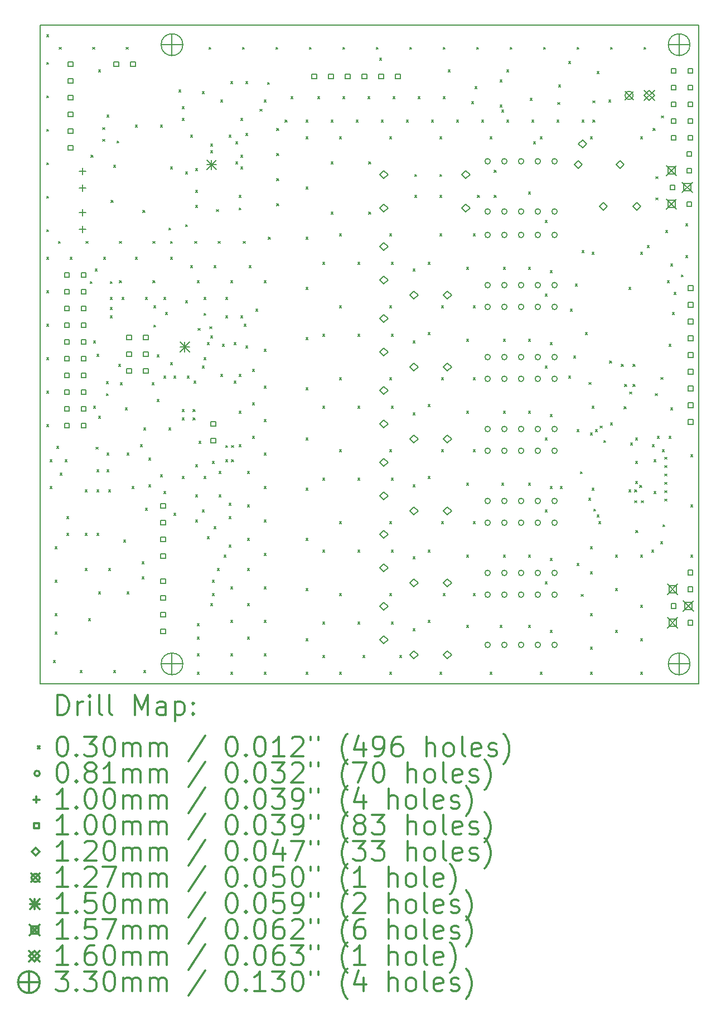
<source format=gbr>
%FSLAX45Y45*%
G04 Gerber Fmt 4.5, Leading zero omitted, Abs format (unit mm)*
G04 Created by KiCad (PCBNEW 4.0.7) date 02/05/18 11:08:49*
%MOMM*%
%LPD*%
G01*
G04 APERTURE LIST*
%ADD10C,0.127000*%
%ADD11C,0.150000*%
%ADD12C,0.200000*%
%ADD13C,0.300000*%
G04 APERTURE END LIST*
D10*
D11*
X7000000Y-4000000D02*
X16995000Y-4000000D01*
X7000000Y-14000000D02*
X16995000Y-14000000D01*
X16995000Y-4000000D02*
X16995000Y-14000000D01*
X7000000Y-4000000D02*
X7000000Y-14000000D01*
D12*
X7097000Y-4150600D02*
X7127000Y-4180600D01*
X7127000Y-4150600D02*
X7097000Y-4180600D01*
X7097000Y-4569700D02*
X7127000Y-4599700D01*
X7127000Y-4569700D02*
X7097000Y-4599700D01*
X7097000Y-5077700D02*
X7127000Y-5107700D01*
X7127000Y-5077700D02*
X7097000Y-5107700D01*
X7097000Y-5585700D02*
X7127000Y-5615700D01*
X7127000Y-5585700D02*
X7097000Y-5615700D01*
X7097000Y-6093700D02*
X7127000Y-6123700D01*
X7127000Y-6093700D02*
X7097000Y-6123700D01*
X7097000Y-6601700D02*
X7127000Y-6631700D01*
X7127000Y-6601700D02*
X7097000Y-6631700D01*
X7097000Y-7109700D02*
X7127000Y-7139700D01*
X7127000Y-7109700D02*
X7097000Y-7139700D01*
X7097000Y-7528800D02*
X7127000Y-7558800D01*
X7127000Y-7528800D02*
X7097000Y-7558800D01*
X7097000Y-8036800D02*
X7127000Y-8066800D01*
X7127000Y-8036800D02*
X7097000Y-8066800D01*
X7097000Y-8544800D02*
X7127000Y-8574800D01*
X7127000Y-8544800D02*
X7097000Y-8574800D01*
X7097000Y-9052800D02*
X7127000Y-9082800D01*
X7127000Y-9052800D02*
X7097000Y-9082800D01*
X7097000Y-9560800D02*
X7127000Y-9590800D01*
X7127000Y-9560800D02*
X7097000Y-9590800D01*
X7097000Y-10068800D02*
X7127000Y-10098800D01*
X7127000Y-10068800D02*
X7097000Y-10098800D01*
X7147800Y-10602200D02*
X7177800Y-10632200D01*
X7177800Y-10602200D02*
X7147800Y-10632200D01*
X7147800Y-11008600D02*
X7177800Y-11038600D01*
X7177800Y-11008600D02*
X7147800Y-11038600D01*
X7198600Y-13650200D02*
X7228600Y-13680200D01*
X7228600Y-13650200D02*
X7198600Y-13680200D01*
X7224000Y-11923000D02*
X7254000Y-11953000D01*
X7254000Y-11923000D02*
X7224000Y-11953000D01*
X7224000Y-12431000D02*
X7254000Y-12461000D01*
X7254000Y-12431000D02*
X7224000Y-12461000D01*
X7224000Y-12939000D02*
X7254000Y-12969000D01*
X7254000Y-12939000D02*
X7224000Y-12969000D01*
X7224000Y-13218400D02*
X7254000Y-13248400D01*
X7254000Y-13218400D02*
X7224000Y-13248400D01*
X7249400Y-10399000D02*
X7279400Y-10429000D01*
X7279400Y-10399000D02*
X7249400Y-10429000D01*
X7274800Y-7287500D02*
X7304800Y-7317500D01*
X7304800Y-7287500D02*
X7274800Y-7317500D01*
X7287500Y-4341100D02*
X7317500Y-4371100D01*
X7317500Y-4341100D02*
X7287500Y-4371100D01*
X7300200Y-10805400D02*
X7330200Y-10835400D01*
X7330200Y-10805400D02*
X7300200Y-10835400D01*
X7376400Y-10602200D02*
X7406400Y-10632200D01*
X7406400Y-10602200D02*
X7376400Y-10632200D01*
X7401800Y-11465800D02*
X7431800Y-11495800D01*
X7431800Y-11465800D02*
X7401800Y-11495800D01*
X7401800Y-11719800D02*
X7431800Y-11749800D01*
X7431800Y-11719800D02*
X7401800Y-11749800D01*
X7452600Y-7528800D02*
X7482600Y-7558800D01*
X7482600Y-7528800D02*
X7452600Y-7558800D01*
X7605000Y-13802600D02*
X7635000Y-13832600D01*
X7635000Y-13802600D02*
X7605000Y-13832600D01*
X7681200Y-11059400D02*
X7711200Y-11089400D01*
X7711200Y-11059400D02*
X7681200Y-11089400D01*
X7681200Y-11719800D02*
X7711200Y-11749800D01*
X7711200Y-11719800D02*
X7681200Y-11749800D01*
X7681200Y-12253200D02*
X7711200Y-12283200D01*
X7711200Y-12253200D02*
X7681200Y-12283200D01*
X7693900Y-7287500D02*
X7723900Y-7317500D01*
X7723900Y-7287500D02*
X7693900Y-7317500D01*
X7732000Y-13015200D02*
X7762000Y-13045200D01*
X7762000Y-13015200D02*
X7732000Y-13045200D01*
X7757400Y-7897100D02*
X7787400Y-7927100D01*
X7787400Y-7897100D02*
X7757400Y-7927100D01*
X7770100Y-5979400D02*
X7800100Y-6009400D01*
X7800100Y-5979400D02*
X7770100Y-6009400D01*
X7795500Y-4341100D02*
X7825500Y-4371100D01*
X7825500Y-4341100D02*
X7795500Y-4371100D01*
X7808200Y-8798800D02*
X7838200Y-8828800D01*
X7838200Y-8798800D02*
X7808200Y-8828800D01*
X7808200Y-9789400D02*
X7838200Y-9819400D01*
X7838200Y-9789400D02*
X7808200Y-9819400D01*
X7833600Y-7706600D02*
X7863600Y-7736600D01*
X7863600Y-7706600D02*
X7833600Y-7736600D01*
X7846300Y-10411700D02*
X7876300Y-10441700D01*
X7876300Y-10411700D02*
X7846300Y-10441700D01*
X7859000Y-9002000D02*
X7889000Y-9032000D01*
X7889000Y-9002000D02*
X7859000Y-9032000D01*
X7859000Y-10754600D02*
X7889000Y-10784600D01*
X7889000Y-10754600D02*
X7859000Y-10784600D01*
X7859000Y-11059400D02*
X7889000Y-11089400D01*
X7889000Y-11059400D02*
X7859000Y-11089400D01*
X7859000Y-11719800D02*
X7889000Y-11749800D01*
X7889000Y-11719800D02*
X7859000Y-11749800D01*
X7884400Y-4684000D02*
X7914400Y-4714000D01*
X7914400Y-4684000D02*
X7884400Y-4714000D01*
X7884400Y-9941800D02*
X7914400Y-9971800D01*
X7914400Y-9941800D02*
X7884400Y-9971800D01*
X7884400Y-12608800D02*
X7914400Y-12638800D01*
X7914400Y-12608800D02*
X7884400Y-12638800D01*
X7947900Y-5560300D02*
X7977900Y-5590300D01*
X7977900Y-5560300D02*
X7947900Y-5590300D01*
X7947900Y-5738100D02*
X7977900Y-5768100D01*
X7977900Y-5738100D02*
X7947900Y-5768100D01*
X7960600Y-7528800D02*
X7990600Y-7558800D01*
X7990600Y-7528800D02*
X7960600Y-7558800D01*
X8005050Y-9414750D02*
X8035050Y-9444750D01*
X8035050Y-9414750D02*
X8005050Y-9444750D01*
X8005050Y-9598900D02*
X8035050Y-9628900D01*
X8035050Y-9598900D02*
X8005050Y-9628900D01*
X8011400Y-5369800D02*
X8041400Y-5399800D01*
X8041400Y-5369800D02*
X8011400Y-5399800D01*
X8011400Y-10500600D02*
X8041400Y-10530600D01*
X8041400Y-10500600D02*
X8011400Y-10530600D01*
X8011400Y-10754600D02*
X8041400Y-10784600D01*
X8041400Y-10754600D02*
X8011400Y-10784600D01*
X8036800Y-11059400D02*
X8066800Y-11089400D01*
X8066800Y-11059400D02*
X8036800Y-11089400D01*
X8036800Y-12253200D02*
X8066800Y-12283200D01*
X8066800Y-12253200D02*
X8036800Y-12283200D01*
X8062200Y-7897100D02*
X8092200Y-7927100D01*
X8092200Y-7897100D02*
X8062200Y-7927100D01*
X8062200Y-8138400D02*
X8092200Y-8168400D01*
X8092200Y-8138400D02*
X8062200Y-8168400D01*
X8062200Y-8290800D02*
X8092200Y-8320800D01*
X8092200Y-8290800D02*
X8062200Y-8320800D01*
X8062200Y-8417800D02*
X8092200Y-8447800D01*
X8092200Y-8417800D02*
X8062200Y-8447800D01*
X8074900Y-6665200D02*
X8104900Y-6695200D01*
X8104900Y-6665200D02*
X8074900Y-6695200D01*
X8113000Y-6131800D02*
X8143000Y-6161800D01*
X8143000Y-6131800D02*
X8113000Y-6161800D01*
X8113000Y-13802600D02*
X8143000Y-13832600D01*
X8143000Y-13802600D02*
X8113000Y-13832600D01*
X8163800Y-5763500D02*
X8193800Y-5793500D01*
X8193800Y-5763500D02*
X8163800Y-5793500D01*
X8189200Y-9154400D02*
X8219200Y-9184400D01*
X8219200Y-9154400D02*
X8189200Y-9184400D01*
X8201900Y-7287500D02*
X8231900Y-7317500D01*
X8231900Y-7287500D02*
X8201900Y-7317500D01*
X8201900Y-7884400D02*
X8231900Y-7914400D01*
X8231900Y-7884400D02*
X8201900Y-7914400D01*
X8214600Y-9433800D02*
X8244600Y-9463800D01*
X8244600Y-9433800D02*
X8214600Y-9463800D01*
X8240000Y-8138400D02*
X8270000Y-8168400D01*
X8270000Y-8138400D02*
X8240000Y-8168400D01*
X8265400Y-11821400D02*
X8295400Y-11851400D01*
X8295400Y-11821400D02*
X8265400Y-11851400D01*
X8290800Y-9814800D02*
X8320800Y-9844800D01*
X8320800Y-9814800D02*
X8290800Y-9844800D01*
X8303500Y-4341100D02*
X8333500Y-4371100D01*
X8333500Y-4341100D02*
X8303500Y-4371100D01*
X8316200Y-10500600D02*
X8346200Y-10530600D01*
X8346200Y-10500600D02*
X8316200Y-10530600D01*
X8316200Y-12608800D02*
X8346200Y-12638800D01*
X8346200Y-12608800D02*
X8316200Y-12638800D01*
X8392400Y-11008600D02*
X8422400Y-11038600D01*
X8422400Y-11008600D02*
X8392400Y-11038600D01*
X8443200Y-5522200D02*
X8473200Y-5552200D01*
X8473200Y-5522200D02*
X8443200Y-5552200D01*
X8443200Y-7528800D02*
X8473200Y-7558800D01*
X8473200Y-7528800D02*
X8443200Y-7558800D01*
X8519400Y-10373600D02*
X8549400Y-10403600D01*
X8549400Y-10373600D02*
X8519400Y-10403600D01*
X8544800Y-12151600D02*
X8574800Y-12181600D01*
X8574800Y-12151600D02*
X8544800Y-12181600D01*
X8544800Y-12380200D02*
X8574800Y-12410200D01*
X8574800Y-12380200D02*
X8544800Y-12410200D01*
X8557500Y-6817600D02*
X8587500Y-6847600D01*
X8587500Y-6817600D02*
X8557500Y-6847600D01*
X8570200Y-10119600D02*
X8600200Y-10149600D01*
X8600200Y-10119600D02*
X8570200Y-10149600D01*
X8570200Y-13802600D02*
X8600200Y-13832600D01*
X8600200Y-13802600D02*
X8570200Y-13832600D01*
X8595600Y-8138400D02*
X8625600Y-8168400D01*
X8625600Y-8138400D02*
X8595600Y-8168400D01*
X8595600Y-11338800D02*
X8625600Y-11368800D01*
X8625600Y-11338800D02*
X8595600Y-11368800D01*
X8646400Y-10576800D02*
X8676400Y-10606800D01*
X8676400Y-10576800D02*
X8646400Y-10606800D01*
X8646400Y-10983200D02*
X8676400Y-11013200D01*
X8676400Y-10983200D02*
X8646400Y-11013200D01*
X8697200Y-9433800D02*
X8727200Y-9463800D01*
X8727200Y-9433800D02*
X8697200Y-9463800D01*
X8709900Y-7287500D02*
X8739900Y-7317500D01*
X8739900Y-7287500D02*
X8709900Y-7317500D01*
X8709900Y-7884400D02*
X8739900Y-7914400D01*
X8739900Y-7884400D02*
X8709900Y-7914400D01*
X8722600Y-8265400D02*
X8752600Y-8295400D01*
X8752600Y-8265400D02*
X8722600Y-8295400D01*
X8722600Y-8557500D02*
X8752600Y-8587500D01*
X8752600Y-8557500D02*
X8722600Y-8587500D01*
X8773400Y-9008350D02*
X8803400Y-9038350D01*
X8803400Y-9008350D02*
X8773400Y-9038350D01*
X8773400Y-9687800D02*
X8803400Y-9717800D01*
X8803400Y-9687800D02*
X8773400Y-9717800D01*
X8824200Y-5522200D02*
X8854200Y-5552200D01*
X8854200Y-5522200D02*
X8824200Y-5552200D01*
X8824200Y-10830800D02*
X8854200Y-10860800D01*
X8854200Y-10830800D02*
X8824200Y-10860800D01*
X8875000Y-8138400D02*
X8905000Y-8168400D01*
X8905000Y-8138400D02*
X8875000Y-8168400D01*
X8875000Y-9332200D02*
X8905000Y-9362200D01*
X8905000Y-9332200D02*
X8875000Y-9362200D01*
X8875000Y-11084800D02*
X8905000Y-11114800D01*
X8905000Y-11084800D02*
X8875000Y-11114800D01*
X8900400Y-8367000D02*
X8930400Y-8397000D01*
X8930400Y-8367000D02*
X8900400Y-8397000D01*
X8951200Y-7084300D02*
X8981200Y-7114300D01*
X8981200Y-7084300D02*
X8951200Y-7114300D01*
X8951200Y-10119600D02*
X8981200Y-10149600D01*
X8981200Y-10119600D02*
X8951200Y-10149600D01*
X8976600Y-6157200D02*
X9006600Y-6187200D01*
X9006600Y-6157200D02*
X8976600Y-6187200D01*
X8976600Y-7287500D02*
X9006600Y-7317500D01*
X9006600Y-7287500D02*
X8976600Y-7317500D01*
X8976600Y-7528800D02*
X9006600Y-7558800D01*
X9006600Y-7528800D02*
X8976600Y-7558800D01*
X8976600Y-9129000D02*
X9006600Y-9159000D01*
X9006600Y-9129000D02*
X8976600Y-9159000D01*
X9027400Y-9332200D02*
X9057400Y-9362200D01*
X9057400Y-9332200D02*
X9027400Y-9362200D01*
X9027400Y-11415000D02*
X9057400Y-11445000D01*
X9057400Y-11415000D02*
X9027400Y-11445000D01*
X9103600Y-4988800D02*
X9133600Y-5018800D01*
X9133600Y-4988800D02*
X9103600Y-5018800D01*
X9154400Y-5242800D02*
X9184400Y-5272800D01*
X9184400Y-5242800D02*
X9154400Y-5272800D01*
X9154400Y-5420600D02*
X9184400Y-5450600D01*
X9184400Y-5420600D02*
X9154400Y-5450600D01*
X9154400Y-9840200D02*
X9184400Y-9870200D01*
X9184400Y-9840200D02*
X9154400Y-9870200D01*
X9154400Y-9967200D02*
X9184400Y-9997200D01*
X9184400Y-9967200D02*
X9154400Y-9997200D01*
X9154400Y-10856200D02*
X9184400Y-10886200D01*
X9184400Y-10856200D02*
X9154400Y-10886200D01*
X9205200Y-6233400D02*
X9235200Y-6263400D01*
X9235200Y-6233400D02*
X9205200Y-6263400D01*
X9205200Y-7033500D02*
X9235200Y-7063500D01*
X9235200Y-7033500D02*
X9205200Y-7063500D01*
X9205200Y-8189200D02*
X9235200Y-8219200D01*
X9235200Y-8189200D02*
X9205200Y-8219200D01*
X9230600Y-9332200D02*
X9260600Y-9362200D01*
X9260600Y-9332200D02*
X9230600Y-9362200D01*
X9281400Y-5674600D02*
X9311400Y-5704600D01*
X9311400Y-5674600D02*
X9281400Y-5704600D01*
X9281400Y-7655800D02*
X9311400Y-7685800D01*
X9311400Y-7655800D02*
X9281400Y-7685800D01*
X9319500Y-9840200D02*
X9349500Y-9870200D01*
X9349500Y-9840200D02*
X9319500Y-9870200D01*
X9319500Y-9967200D02*
X9349500Y-9997200D01*
X9349500Y-9967200D02*
X9319500Y-9997200D01*
X9332200Y-9408400D02*
X9362200Y-9438400D01*
X9362200Y-9408400D02*
X9332200Y-9438400D01*
X9344900Y-7287500D02*
X9374900Y-7317500D01*
X9374900Y-7287500D02*
X9344900Y-7317500D01*
X9357600Y-6182600D02*
X9387600Y-6212600D01*
X9387600Y-6182600D02*
X9357600Y-6212600D01*
X9357600Y-6512800D02*
X9387600Y-6542800D01*
X9387600Y-6512800D02*
X9357600Y-6542800D01*
X9357600Y-6741400D02*
X9387600Y-6771400D01*
X9387600Y-6741400D02*
X9357600Y-6771400D01*
X9357600Y-10678400D02*
X9387600Y-10708400D01*
X9387600Y-10678400D02*
X9357600Y-10708400D01*
X9357600Y-11135600D02*
X9387600Y-11165600D01*
X9387600Y-11135600D02*
X9357600Y-11165600D01*
X9357600Y-11516600D02*
X9387600Y-11546600D01*
X9387600Y-11516600D02*
X9357600Y-11546600D01*
X9383000Y-7884400D02*
X9413000Y-7914400D01*
X9413000Y-7884400D02*
X9383000Y-7914400D01*
X9383000Y-13091400D02*
X9413000Y-13121400D01*
X9413000Y-13091400D02*
X9383000Y-13121400D01*
X9383000Y-13294600D02*
X9413000Y-13324600D01*
X9413000Y-13294600D02*
X9383000Y-13324600D01*
X9383000Y-13548600D02*
X9413000Y-13578600D01*
X9413000Y-13548600D02*
X9383000Y-13578600D01*
X9383000Y-13828000D02*
X9413000Y-13858000D01*
X9413000Y-13828000D02*
X9383000Y-13858000D01*
X9395700Y-8608300D02*
X9425700Y-8638300D01*
X9425700Y-8608300D02*
X9395700Y-8638300D01*
X9408400Y-10322800D02*
X9438400Y-10352800D01*
X9438400Y-10322800D02*
X9408400Y-10352800D01*
X9459200Y-5014200D02*
X9489200Y-5044200D01*
X9489200Y-5014200D02*
X9459200Y-5044200D01*
X9459200Y-9179800D02*
X9489200Y-9209800D01*
X9489200Y-9179800D02*
X9459200Y-9209800D01*
X9459200Y-11364200D02*
X9489200Y-11394200D01*
X9489200Y-11364200D02*
X9459200Y-11394200D01*
X9484600Y-8138400D02*
X9514600Y-8168400D01*
X9514600Y-8138400D02*
X9484600Y-8168400D01*
X9484600Y-8379700D02*
X9514600Y-8409700D01*
X9514600Y-8379700D02*
X9484600Y-8409700D01*
X9484600Y-9052800D02*
X9514600Y-9082800D01*
X9514600Y-9052800D02*
X9484600Y-9082800D01*
X9484600Y-10856200D02*
X9514600Y-10886200D01*
X9514600Y-10856200D02*
X9484600Y-10886200D01*
X9535400Y-8824200D02*
X9565400Y-8854200D01*
X9565400Y-8824200D02*
X9535400Y-8854200D01*
X9535400Y-11770600D02*
X9565400Y-11800600D01*
X9565400Y-11770600D02*
X9535400Y-11800600D01*
X9560800Y-4341100D02*
X9590800Y-4371100D01*
X9590800Y-4341100D02*
X9560800Y-4371100D01*
X9573500Y-8582900D02*
X9603500Y-8612900D01*
X9603500Y-8582900D02*
X9573500Y-8612900D01*
X9586200Y-5808600D02*
X9616200Y-5838600D01*
X9616200Y-5808600D02*
X9586200Y-5838600D01*
X9586200Y-5908600D02*
X9616200Y-5938600D01*
X9616200Y-5908600D02*
X9586200Y-5938600D01*
X9586200Y-8722600D02*
X9616200Y-8752600D01*
X9616200Y-8722600D02*
X9586200Y-8752600D01*
X9586200Y-12786600D02*
X9616200Y-12816600D01*
X9616200Y-12786600D02*
X9586200Y-12816600D01*
X9611600Y-10627600D02*
X9641600Y-10657600D01*
X9641600Y-10627600D02*
X9611600Y-10657600D01*
X9611600Y-12431000D02*
X9641600Y-12461000D01*
X9641600Y-12431000D02*
X9611600Y-12461000D01*
X9611600Y-12634200D02*
X9641600Y-12664200D01*
X9641600Y-12634200D02*
X9611600Y-12664200D01*
X9637000Y-7655800D02*
X9667000Y-7685800D01*
X9667000Y-7655800D02*
X9637000Y-7685800D01*
X9637000Y-11618200D02*
X9667000Y-11648200D01*
X9667000Y-11618200D02*
X9637000Y-11648200D01*
X9675100Y-6804900D02*
X9705100Y-6834900D01*
X9705100Y-6804900D02*
X9675100Y-6834900D01*
X9687800Y-12253200D02*
X9717800Y-12283200D01*
X9717800Y-12253200D02*
X9687800Y-12283200D01*
X9700500Y-7287500D02*
X9730500Y-7317500D01*
X9730500Y-7287500D02*
X9700500Y-7317500D01*
X9713200Y-10780000D02*
X9743200Y-10810000D01*
X9743200Y-10780000D02*
X9713200Y-10810000D01*
X9713200Y-11135600D02*
X9743200Y-11165600D01*
X9743200Y-11135600D02*
X9713200Y-11165600D01*
X9738600Y-5141200D02*
X9768600Y-5171200D01*
X9768600Y-5141200D02*
X9738600Y-5171200D01*
X9738600Y-9306800D02*
X9768600Y-9336800D01*
X9768600Y-9306800D02*
X9738600Y-9336800D01*
X9764000Y-8849600D02*
X9794000Y-8879600D01*
X9794000Y-8849600D02*
X9764000Y-8879600D01*
X9789400Y-12050000D02*
X9819400Y-12080000D01*
X9819400Y-12050000D02*
X9789400Y-12080000D01*
X9814800Y-8138400D02*
X9844800Y-8168400D01*
X9844800Y-8138400D02*
X9814800Y-8168400D01*
X9814800Y-8417800D02*
X9844800Y-8447800D01*
X9844800Y-8417800D02*
X9814800Y-8447800D01*
X9814800Y-10386300D02*
X9844800Y-10416300D01*
X9844800Y-10386300D02*
X9814800Y-10416300D01*
X9814800Y-10602200D02*
X9844800Y-10632200D01*
X9844800Y-10602200D02*
X9814800Y-10632200D01*
X9865600Y-5674600D02*
X9895600Y-5704600D01*
X9895600Y-5674600D02*
X9865600Y-5704600D01*
X9865600Y-11262600D02*
X9895600Y-11292600D01*
X9895600Y-11262600D02*
X9865600Y-11292600D01*
X9865600Y-11465800D02*
X9895600Y-11495800D01*
X9895600Y-11465800D02*
X9865600Y-11495800D01*
X9865600Y-11897600D02*
X9895600Y-11927600D01*
X9895600Y-11897600D02*
X9865600Y-11927600D01*
X9891000Y-4861800D02*
X9921000Y-4891800D01*
X9921000Y-4861800D02*
X9891000Y-4891800D01*
X9891000Y-7884400D02*
X9921000Y-7914400D01*
X9921000Y-7884400D02*
X9891000Y-7914400D01*
X9891000Y-12532600D02*
X9921000Y-12562600D01*
X9921000Y-12532600D02*
X9891000Y-12562600D01*
X9891000Y-13040600D02*
X9921000Y-13070600D01*
X9921000Y-13040600D02*
X9891000Y-13070600D01*
X9891000Y-13548600D02*
X9921000Y-13578600D01*
X9921000Y-13548600D02*
X9891000Y-13578600D01*
X9891000Y-13828000D02*
X9921000Y-13858000D01*
X9921000Y-13828000D02*
X9891000Y-13858000D01*
X9903700Y-10386300D02*
X9933700Y-10416300D01*
X9933700Y-10386300D02*
X9903700Y-10416300D01*
X9903700Y-10602200D02*
X9933700Y-10632200D01*
X9933700Y-10602200D02*
X9903700Y-10632200D01*
X9941800Y-8824200D02*
X9971800Y-8854200D01*
X9971800Y-8824200D02*
X9941800Y-8854200D01*
X9941800Y-9408400D02*
X9971800Y-9438400D01*
X9971800Y-9408400D02*
X9941800Y-9438400D01*
X9967200Y-5776200D02*
X9997200Y-5806200D01*
X9997200Y-5776200D02*
X9967200Y-5806200D01*
X9967200Y-6081000D02*
X9997200Y-6111000D01*
X9997200Y-6081000D02*
X9967200Y-6111000D01*
X10018000Y-6589000D02*
X10048000Y-6619000D01*
X10048000Y-6589000D02*
X10018000Y-6619000D01*
X10018000Y-6779500D02*
X10048000Y-6809500D01*
X10048000Y-6779500D02*
X10018000Y-6809500D01*
X10018000Y-9306800D02*
X10048000Y-9336800D01*
X10048000Y-9306800D02*
X10018000Y-9336800D01*
X10018000Y-9865600D02*
X10048000Y-9895600D01*
X10048000Y-9865600D02*
X10018000Y-9895600D01*
X10018000Y-10373600D02*
X10048000Y-10403600D01*
X10048000Y-10373600D02*
X10018000Y-10403600D01*
X10043400Y-5420600D02*
X10073400Y-5450600D01*
X10073400Y-5420600D02*
X10043400Y-5450600D01*
X10043400Y-5979400D02*
X10073400Y-6009400D01*
X10073400Y-5979400D02*
X10043400Y-6009400D01*
X10043400Y-6157200D02*
X10073400Y-6187200D01*
X10073400Y-6157200D02*
X10043400Y-6187200D01*
X10043400Y-8417800D02*
X10073400Y-8447800D01*
X10073400Y-8417800D02*
X10043400Y-8447800D01*
X10068800Y-4341100D02*
X10098800Y-4371100D01*
X10098800Y-4341100D02*
X10068800Y-4371100D01*
X10081500Y-7287500D02*
X10111500Y-7317500D01*
X10111500Y-7287500D02*
X10081500Y-7317500D01*
X10094200Y-8544800D02*
X10124200Y-8574800D01*
X10124200Y-8544800D02*
X10094200Y-8574800D01*
X10119600Y-4861800D02*
X10149600Y-4891800D01*
X10149600Y-4861800D02*
X10119600Y-4891800D01*
X10119600Y-5649200D02*
X10149600Y-5679200D01*
X10149600Y-5649200D02*
X10119600Y-5679200D01*
X10119600Y-8875000D02*
X10149600Y-8905000D01*
X10149600Y-8875000D02*
X10119600Y-8905000D01*
X10145000Y-10780000D02*
X10175000Y-10810000D01*
X10175000Y-10780000D02*
X10145000Y-10810000D01*
X10145000Y-11288000D02*
X10175000Y-11318000D01*
X10175000Y-11288000D02*
X10145000Y-11318000D01*
X10145000Y-11796000D02*
X10175000Y-11826000D01*
X10175000Y-11796000D02*
X10145000Y-11826000D01*
X10145000Y-12253200D02*
X10175000Y-12283200D01*
X10175000Y-12253200D02*
X10145000Y-12283200D01*
X10145000Y-12786600D02*
X10175000Y-12816600D01*
X10175000Y-12786600D02*
X10145000Y-12816600D01*
X10145000Y-13294600D02*
X10175000Y-13324600D01*
X10175000Y-13294600D02*
X10145000Y-13324600D01*
X10170400Y-7655800D02*
X10200400Y-7685800D01*
X10200400Y-7655800D02*
X10170400Y-7685800D01*
X10221200Y-9230600D02*
X10251200Y-9260600D01*
X10251200Y-9230600D02*
X10221200Y-9260600D01*
X10221200Y-9738600D02*
X10251200Y-9768600D01*
X10251200Y-9738600D02*
X10221200Y-9768600D01*
X10221200Y-10246600D02*
X10251200Y-10276600D01*
X10251200Y-10246600D02*
X10221200Y-10276600D01*
X10272000Y-8316200D02*
X10302000Y-8346200D01*
X10302000Y-8316200D02*
X10272000Y-8346200D01*
X10335500Y-5280900D02*
X10365500Y-5310900D01*
X10365500Y-5280900D02*
X10335500Y-5310900D01*
X10399000Y-5141200D02*
X10429000Y-5171200D01*
X10429000Y-5141200D02*
X10399000Y-5171200D01*
X10399000Y-7884400D02*
X10429000Y-7914400D01*
X10429000Y-7884400D02*
X10399000Y-7914400D01*
X10399000Y-8925800D02*
X10429000Y-8955800D01*
X10429000Y-8925800D02*
X10399000Y-8955800D01*
X10399000Y-9484600D02*
X10429000Y-9514600D01*
X10429000Y-9484600D02*
X10399000Y-9514600D01*
X10399000Y-9992600D02*
X10429000Y-10022600D01*
X10429000Y-9992600D02*
X10399000Y-10022600D01*
X10399000Y-10500600D02*
X10429000Y-10530600D01*
X10429000Y-10500600D02*
X10399000Y-10530600D01*
X10399000Y-11008600D02*
X10429000Y-11038600D01*
X10429000Y-11008600D02*
X10399000Y-11038600D01*
X10399000Y-11516600D02*
X10429000Y-11546600D01*
X10429000Y-11516600D02*
X10399000Y-11546600D01*
X10399000Y-12024600D02*
X10429000Y-12054600D01*
X10429000Y-12024600D02*
X10399000Y-12054600D01*
X10399000Y-12532600D02*
X10429000Y-12562600D01*
X10429000Y-12532600D02*
X10399000Y-12562600D01*
X10399000Y-13040600D02*
X10429000Y-13070600D01*
X10429000Y-13040600D02*
X10399000Y-13070600D01*
X10399000Y-13548600D02*
X10429000Y-13578600D01*
X10429000Y-13548600D02*
X10399000Y-13578600D01*
X10399000Y-13828000D02*
X10429000Y-13858000D01*
X10429000Y-13828000D02*
X10399000Y-13858000D01*
X10449800Y-4874500D02*
X10479800Y-4904500D01*
X10479800Y-4874500D02*
X10449800Y-4904500D01*
X10462500Y-7224000D02*
X10492500Y-7254000D01*
X10492500Y-7224000D02*
X10462500Y-7254000D01*
X10576800Y-4341100D02*
X10606800Y-4371100D01*
X10606800Y-4341100D02*
X10576800Y-4371100D01*
X10589500Y-5573000D02*
X10619500Y-5603000D01*
X10619500Y-5573000D02*
X10589500Y-5603000D01*
X10589500Y-5954000D02*
X10619500Y-5984000D01*
X10619500Y-5954000D02*
X10589500Y-5984000D01*
X10589500Y-6335000D02*
X10619500Y-6365000D01*
X10619500Y-6335000D02*
X10589500Y-6365000D01*
X10589500Y-6716000D02*
X10619500Y-6746000D01*
X10619500Y-6716000D02*
X10589500Y-6746000D01*
X10716500Y-5446000D02*
X10746500Y-5476000D01*
X10746500Y-5446000D02*
X10716500Y-5476000D01*
X10805400Y-5090400D02*
X10835400Y-5120400D01*
X10835400Y-5090400D02*
X10805400Y-5120400D01*
X11034000Y-5446000D02*
X11064000Y-5476000D01*
X11064000Y-5446000D02*
X11034000Y-5476000D01*
X11034000Y-5700000D02*
X11064000Y-5730000D01*
X11064000Y-5700000D02*
X11034000Y-5730000D01*
X11034000Y-6462000D02*
X11064000Y-6492000D01*
X11064000Y-6462000D02*
X11034000Y-6492000D01*
X11034000Y-7224000D02*
X11064000Y-7254000D01*
X11064000Y-7224000D02*
X11034000Y-7254000D01*
X11034000Y-7986000D02*
X11064000Y-8016000D01*
X11064000Y-7986000D02*
X11034000Y-8016000D01*
X11034000Y-8748000D02*
X11064000Y-8778000D01*
X11064000Y-8748000D02*
X11034000Y-8778000D01*
X11034000Y-9510000D02*
X11064000Y-9540000D01*
X11064000Y-9510000D02*
X11034000Y-9540000D01*
X11034000Y-10272000D02*
X11064000Y-10302000D01*
X11064000Y-10272000D02*
X11034000Y-10302000D01*
X11034000Y-11034000D02*
X11064000Y-11064000D01*
X11064000Y-11034000D02*
X11034000Y-11064000D01*
X11034000Y-11796000D02*
X11064000Y-11826000D01*
X11064000Y-11796000D02*
X11034000Y-11826000D01*
X11034000Y-12558000D02*
X11064000Y-12588000D01*
X11064000Y-12558000D02*
X11034000Y-12588000D01*
X11034000Y-13320000D02*
X11064000Y-13350000D01*
X11064000Y-13320000D02*
X11034000Y-13350000D01*
X11034000Y-13828000D02*
X11064000Y-13858000D01*
X11064000Y-13828000D02*
X11034000Y-13858000D01*
X11084800Y-4341100D02*
X11114800Y-4371100D01*
X11114800Y-4341100D02*
X11084800Y-4371100D01*
X11211800Y-5090400D02*
X11241800Y-5120400D01*
X11241800Y-5090400D02*
X11211800Y-5120400D01*
X11288000Y-7605000D02*
X11318000Y-7635000D01*
X11318000Y-7605000D02*
X11288000Y-7635000D01*
X11288000Y-8697200D02*
X11318000Y-8727200D01*
X11318000Y-8697200D02*
X11288000Y-8727200D01*
X11288000Y-9789400D02*
X11318000Y-9819400D01*
X11318000Y-9789400D02*
X11288000Y-9819400D01*
X11288000Y-10881600D02*
X11318000Y-10911600D01*
X11318000Y-10881600D02*
X11288000Y-10911600D01*
X11288000Y-11973800D02*
X11318000Y-12003800D01*
X11318000Y-11973800D02*
X11288000Y-12003800D01*
X11288000Y-13066000D02*
X11318000Y-13096000D01*
X11318000Y-13066000D02*
X11288000Y-13096000D01*
X11288000Y-13574000D02*
X11318000Y-13604000D01*
X11318000Y-13574000D02*
X11288000Y-13604000D01*
X11415000Y-5446000D02*
X11445000Y-5476000D01*
X11445000Y-5446000D02*
X11415000Y-5476000D01*
X11415000Y-6081000D02*
X11445000Y-6111000D01*
X11445000Y-6081000D02*
X11415000Y-6111000D01*
X11415000Y-6843000D02*
X11445000Y-6873000D01*
X11445000Y-6843000D02*
X11415000Y-6873000D01*
X11542000Y-5700000D02*
X11572000Y-5730000D01*
X11572000Y-5700000D02*
X11542000Y-5730000D01*
X11542000Y-7173200D02*
X11572000Y-7203200D01*
X11572000Y-7173200D02*
X11542000Y-7203200D01*
X11542000Y-8265400D02*
X11572000Y-8295400D01*
X11572000Y-8265400D02*
X11542000Y-8295400D01*
X11542000Y-9357600D02*
X11572000Y-9387600D01*
X11572000Y-9357600D02*
X11542000Y-9387600D01*
X11542000Y-10449800D02*
X11572000Y-10479800D01*
X11572000Y-10449800D02*
X11542000Y-10479800D01*
X11542000Y-11542000D02*
X11572000Y-11572000D01*
X11572000Y-11542000D02*
X11542000Y-11572000D01*
X11542000Y-12634200D02*
X11572000Y-12664200D01*
X11572000Y-12634200D02*
X11542000Y-12664200D01*
X11542000Y-13828000D02*
X11572000Y-13858000D01*
X11572000Y-13828000D02*
X11542000Y-13858000D01*
X11592800Y-4341100D02*
X11622800Y-4371100D01*
X11622800Y-4341100D02*
X11592800Y-4371100D01*
X11592800Y-5090400D02*
X11622800Y-5120400D01*
X11622800Y-5090400D02*
X11592800Y-5120400D01*
X11796000Y-5446000D02*
X11826000Y-5476000D01*
X11826000Y-5446000D02*
X11796000Y-5476000D01*
X11821400Y-7605000D02*
X11851400Y-7635000D01*
X11851400Y-7605000D02*
X11821400Y-7635000D01*
X11821400Y-8697200D02*
X11851400Y-8727200D01*
X11851400Y-8697200D02*
X11821400Y-8727200D01*
X11821400Y-9789400D02*
X11851400Y-9819400D01*
X11851400Y-9789400D02*
X11821400Y-9819400D01*
X11821400Y-10881600D02*
X11851400Y-10911600D01*
X11851400Y-10881600D02*
X11821400Y-10911600D01*
X11821400Y-11973800D02*
X11851400Y-12003800D01*
X11851400Y-11973800D02*
X11821400Y-12003800D01*
X11821400Y-13066000D02*
X11851400Y-13096000D01*
X11851400Y-13066000D02*
X11821400Y-13096000D01*
X11897600Y-13574000D02*
X11927600Y-13604000D01*
X11927600Y-13574000D02*
X11897600Y-13604000D01*
X11973800Y-5090400D02*
X12003800Y-5120400D01*
X12003800Y-5090400D02*
X11973800Y-5120400D01*
X11986500Y-6081000D02*
X12016500Y-6111000D01*
X12016500Y-6081000D02*
X11986500Y-6111000D01*
X11986500Y-6843000D02*
X12016500Y-6873000D01*
X12016500Y-6843000D02*
X11986500Y-6873000D01*
X12100800Y-4341100D02*
X12130800Y-4371100D01*
X12130800Y-4341100D02*
X12100800Y-4371100D01*
X12151600Y-4506200D02*
X12181600Y-4536200D01*
X12181600Y-4506200D02*
X12151600Y-4536200D01*
X12177000Y-5446000D02*
X12207000Y-5476000D01*
X12207000Y-5446000D02*
X12177000Y-5476000D01*
X12304000Y-5700000D02*
X12334000Y-5730000D01*
X12334000Y-5700000D02*
X12304000Y-5730000D01*
X12304000Y-7173200D02*
X12334000Y-7203200D01*
X12334000Y-7173200D02*
X12304000Y-7203200D01*
X12304000Y-8265400D02*
X12334000Y-8295400D01*
X12334000Y-8265400D02*
X12304000Y-8295400D01*
X12304000Y-9357600D02*
X12334000Y-9387600D01*
X12334000Y-9357600D02*
X12304000Y-9387600D01*
X12304000Y-10449800D02*
X12334000Y-10479800D01*
X12334000Y-10449800D02*
X12304000Y-10479800D01*
X12304000Y-11542000D02*
X12334000Y-11572000D01*
X12334000Y-11542000D02*
X12304000Y-11572000D01*
X12304000Y-12634200D02*
X12334000Y-12664200D01*
X12334000Y-12634200D02*
X12304000Y-12664200D01*
X12304000Y-13828000D02*
X12334000Y-13858000D01*
X12334000Y-13828000D02*
X12304000Y-13858000D01*
X12329400Y-7605000D02*
X12359400Y-7635000D01*
X12359400Y-7605000D02*
X12329400Y-7635000D01*
X12329400Y-8697200D02*
X12359400Y-8727200D01*
X12359400Y-8697200D02*
X12329400Y-8727200D01*
X12329400Y-9789400D02*
X12359400Y-9819400D01*
X12359400Y-9789400D02*
X12329400Y-9819400D01*
X12329400Y-10881600D02*
X12359400Y-10911600D01*
X12359400Y-10881600D02*
X12329400Y-10911600D01*
X12329400Y-11973800D02*
X12359400Y-12003800D01*
X12359400Y-11973800D02*
X12329400Y-12003800D01*
X12329400Y-13066000D02*
X12359400Y-13096000D01*
X12359400Y-13066000D02*
X12329400Y-13096000D01*
X12354800Y-5090400D02*
X12384800Y-5120400D01*
X12384800Y-5090400D02*
X12354800Y-5120400D01*
X12456400Y-13574000D02*
X12486400Y-13604000D01*
X12486400Y-13574000D02*
X12456400Y-13604000D01*
X12558000Y-5446000D02*
X12588000Y-5476000D01*
X12588000Y-5446000D02*
X12558000Y-5476000D01*
X12608800Y-4341100D02*
X12638800Y-4371100D01*
X12638800Y-4341100D02*
X12608800Y-4371100D01*
X12659600Y-7706600D02*
X12689600Y-7736600D01*
X12689600Y-7706600D02*
X12659600Y-7736600D01*
X12659600Y-8798800D02*
X12689600Y-8828800D01*
X12689600Y-8798800D02*
X12659600Y-8828800D01*
X12659600Y-9891000D02*
X12689600Y-9921000D01*
X12689600Y-9891000D02*
X12659600Y-9921000D01*
X12659600Y-10983200D02*
X12689600Y-11013200D01*
X12689600Y-10983200D02*
X12659600Y-11013200D01*
X12659600Y-12075400D02*
X12689600Y-12105400D01*
X12689600Y-12075400D02*
X12659600Y-12105400D01*
X12659600Y-13167600D02*
X12689600Y-13197600D01*
X12689600Y-13167600D02*
X12659600Y-13197600D01*
X12685000Y-6271500D02*
X12715000Y-6301500D01*
X12715000Y-6271500D02*
X12685000Y-6301500D01*
X12685000Y-6589000D02*
X12715000Y-6619000D01*
X12715000Y-6589000D02*
X12685000Y-6619000D01*
X12735800Y-5090400D02*
X12765800Y-5120400D01*
X12765800Y-5090400D02*
X12735800Y-5120400D01*
X12888200Y-7605000D02*
X12918200Y-7635000D01*
X12918200Y-7605000D02*
X12888200Y-7635000D01*
X12888200Y-8671800D02*
X12918200Y-8701800D01*
X12918200Y-8671800D02*
X12888200Y-8701800D01*
X12888200Y-9764000D02*
X12918200Y-9794000D01*
X12918200Y-9764000D02*
X12888200Y-9794000D01*
X12888200Y-10856200D02*
X12918200Y-10886200D01*
X12918200Y-10856200D02*
X12888200Y-10886200D01*
X12888200Y-11973800D02*
X12918200Y-12003800D01*
X12918200Y-11973800D02*
X12888200Y-12003800D01*
X12888200Y-13040600D02*
X12918200Y-13070600D01*
X12918200Y-13040600D02*
X12888200Y-13070600D01*
X12939000Y-5446000D02*
X12969000Y-5476000D01*
X12969000Y-5446000D02*
X12939000Y-5476000D01*
X13066000Y-5700000D02*
X13096000Y-5730000D01*
X13096000Y-5700000D02*
X13066000Y-5730000D01*
X13066000Y-6271500D02*
X13096000Y-6301500D01*
X13096000Y-6271500D02*
X13066000Y-6301500D01*
X13066000Y-6589000D02*
X13096000Y-6619000D01*
X13096000Y-6589000D02*
X13066000Y-6619000D01*
X13066000Y-7173200D02*
X13096000Y-7203200D01*
X13096000Y-7173200D02*
X13066000Y-7203200D01*
X13066000Y-13828000D02*
X13096000Y-13858000D01*
X13096000Y-13828000D02*
X13066000Y-13858000D01*
X13091400Y-8265400D02*
X13121400Y-8295400D01*
X13121400Y-8265400D02*
X13091400Y-8295400D01*
X13091400Y-9357600D02*
X13121400Y-9387600D01*
X13121400Y-9357600D02*
X13091400Y-9387600D01*
X13091400Y-10449800D02*
X13121400Y-10479800D01*
X13121400Y-10449800D02*
X13091400Y-10479800D01*
X13091400Y-11542000D02*
X13121400Y-11572000D01*
X13121400Y-11542000D02*
X13091400Y-11572000D01*
X13116800Y-4341100D02*
X13146800Y-4371100D01*
X13146800Y-4341100D02*
X13116800Y-4371100D01*
X13116800Y-5090400D02*
X13146800Y-5120400D01*
X13146800Y-5090400D02*
X13116800Y-5120400D01*
X13116800Y-12634200D02*
X13146800Y-12664200D01*
X13146800Y-12634200D02*
X13116800Y-12664200D01*
X13193000Y-4684000D02*
X13223000Y-4714000D01*
X13223000Y-4684000D02*
X13193000Y-4714000D01*
X13320000Y-5446000D02*
X13350000Y-5476000D01*
X13350000Y-5446000D02*
X13320000Y-5476000D01*
X13472400Y-7681200D02*
X13502400Y-7711200D01*
X13502400Y-7681200D02*
X13472400Y-7711200D01*
X13472400Y-8773400D02*
X13502400Y-8803400D01*
X13502400Y-8773400D02*
X13472400Y-8803400D01*
X13472400Y-9865600D02*
X13502400Y-9895600D01*
X13502400Y-9865600D02*
X13472400Y-9895600D01*
X13472400Y-10957800D02*
X13502400Y-10987800D01*
X13502400Y-10957800D02*
X13472400Y-10987800D01*
X13472400Y-12050000D02*
X13502400Y-12080000D01*
X13502400Y-12050000D02*
X13472400Y-12080000D01*
X13472400Y-13116800D02*
X13502400Y-13146800D01*
X13502400Y-13116800D02*
X13472400Y-13146800D01*
X13548600Y-5166600D02*
X13578600Y-5196600D01*
X13578600Y-5166600D02*
X13548600Y-5196600D01*
X13574000Y-7173200D02*
X13604000Y-7203200D01*
X13604000Y-7173200D02*
X13574000Y-7203200D01*
X13574000Y-8265400D02*
X13604000Y-8295400D01*
X13604000Y-8265400D02*
X13574000Y-8295400D01*
X13574000Y-9357600D02*
X13604000Y-9387600D01*
X13604000Y-9357600D02*
X13574000Y-9387600D01*
X13574000Y-10449800D02*
X13604000Y-10479800D01*
X13604000Y-10449800D02*
X13574000Y-10479800D01*
X13574000Y-11542000D02*
X13604000Y-11572000D01*
X13604000Y-11542000D02*
X13574000Y-11572000D01*
X13574000Y-12634200D02*
X13604000Y-12664200D01*
X13604000Y-12634200D02*
X13574000Y-12664200D01*
X13599400Y-4938000D02*
X13629400Y-4968000D01*
X13629400Y-4938000D02*
X13599400Y-4968000D01*
X13624800Y-4341100D02*
X13654800Y-4371100D01*
X13654800Y-4341100D02*
X13624800Y-4371100D01*
X13637500Y-6589000D02*
X13667500Y-6619000D01*
X13667500Y-6589000D02*
X13637500Y-6619000D01*
X13701000Y-5446000D02*
X13731000Y-5476000D01*
X13731000Y-5446000D02*
X13701000Y-5476000D01*
X13828000Y-5700000D02*
X13858000Y-5730000D01*
X13858000Y-5700000D02*
X13828000Y-5730000D01*
X13828000Y-13828000D02*
X13858000Y-13858000D01*
X13858000Y-13828000D02*
X13828000Y-13858000D01*
X13891500Y-6208000D02*
X13921500Y-6238000D01*
X13921500Y-6208000D02*
X13891500Y-6238000D01*
X13891500Y-6589000D02*
X13921500Y-6619000D01*
X13921500Y-6589000D02*
X13891500Y-6619000D01*
X13980400Y-4836400D02*
X14010400Y-4866400D01*
X14010400Y-4836400D02*
X13980400Y-4866400D01*
X13980400Y-5217400D02*
X14010400Y-5247400D01*
X14010400Y-5217400D02*
X13980400Y-5247400D01*
X13980400Y-13116800D02*
X14010400Y-13146800D01*
X14010400Y-13116800D02*
X13980400Y-13146800D01*
X14005800Y-5293600D02*
X14035800Y-5323600D01*
X14035800Y-5293600D02*
X14005800Y-5323600D01*
X14005800Y-10957800D02*
X14035800Y-10987800D01*
X14035800Y-10957800D02*
X14005800Y-10987800D01*
X14031200Y-7681200D02*
X14061200Y-7711200D01*
X14061200Y-7681200D02*
X14031200Y-7711200D01*
X14031200Y-8773400D02*
X14061200Y-8803400D01*
X14061200Y-8773400D02*
X14031200Y-8803400D01*
X14031200Y-9865600D02*
X14061200Y-9895600D01*
X14061200Y-9865600D02*
X14031200Y-9895600D01*
X14031200Y-12050000D02*
X14061200Y-12080000D01*
X14061200Y-12050000D02*
X14031200Y-12080000D01*
X14082000Y-4684000D02*
X14112000Y-4714000D01*
X14112000Y-4684000D02*
X14082000Y-4714000D01*
X14082000Y-5446000D02*
X14112000Y-5476000D01*
X14112000Y-5446000D02*
X14082000Y-5476000D01*
X14132800Y-4341100D02*
X14162800Y-4371100D01*
X14162800Y-4341100D02*
X14132800Y-4371100D01*
X14412200Y-6538200D02*
X14442200Y-6568200D01*
X14442200Y-6538200D02*
X14412200Y-6568200D01*
X14412200Y-7681200D02*
X14442200Y-7711200D01*
X14442200Y-7681200D02*
X14412200Y-7711200D01*
X14412200Y-8773400D02*
X14442200Y-8803400D01*
X14442200Y-8773400D02*
X14412200Y-8803400D01*
X14412200Y-9865600D02*
X14442200Y-9895600D01*
X14442200Y-9865600D02*
X14412200Y-9895600D01*
X14412200Y-10957800D02*
X14442200Y-10987800D01*
X14442200Y-10957800D02*
X14412200Y-10987800D01*
X14412200Y-12050000D02*
X14442200Y-12080000D01*
X14442200Y-12050000D02*
X14412200Y-12080000D01*
X14412200Y-13116800D02*
X14442200Y-13146800D01*
X14442200Y-13116800D02*
X14412200Y-13146800D01*
X14437600Y-5115800D02*
X14467600Y-5145800D01*
X14467600Y-5115800D02*
X14437600Y-5145800D01*
X14463000Y-5446000D02*
X14493000Y-5476000D01*
X14493000Y-5446000D02*
X14463000Y-5476000D01*
X14488400Y-5776200D02*
X14518400Y-5806200D01*
X14518400Y-5776200D02*
X14488400Y-5806200D01*
X14590000Y-5700000D02*
X14620000Y-5730000D01*
X14620000Y-5700000D02*
X14590000Y-5730000D01*
X14590000Y-13828000D02*
X14620000Y-13858000D01*
X14620000Y-13828000D02*
X14590000Y-13858000D01*
X14640800Y-4341100D02*
X14670800Y-4371100D01*
X14670800Y-4341100D02*
X14640800Y-4371100D01*
X14666200Y-6970000D02*
X14696200Y-7000000D01*
X14696200Y-6970000D02*
X14666200Y-7000000D01*
X14666200Y-8087600D02*
X14696200Y-8117600D01*
X14696200Y-8087600D02*
X14666200Y-8117600D01*
X14666200Y-9179800D02*
X14696200Y-9209800D01*
X14696200Y-9179800D02*
X14666200Y-9209800D01*
X14666200Y-10272000D02*
X14696200Y-10302000D01*
X14696200Y-10272000D02*
X14666200Y-10302000D01*
X14666200Y-11364200D02*
X14696200Y-11394200D01*
X14696200Y-11364200D02*
X14666200Y-11394200D01*
X14666200Y-12456400D02*
X14696200Y-12486400D01*
X14696200Y-12456400D02*
X14666200Y-12486400D01*
X14742400Y-7732000D02*
X14772400Y-7762000D01*
X14772400Y-7732000D02*
X14742400Y-7762000D01*
X14742400Y-8824200D02*
X14772400Y-8854200D01*
X14772400Y-8824200D02*
X14742400Y-8854200D01*
X14742400Y-9916400D02*
X14772400Y-9946400D01*
X14772400Y-9916400D02*
X14742400Y-9946400D01*
X14742400Y-11008600D02*
X14772400Y-11038600D01*
X14772400Y-11008600D02*
X14742400Y-11038600D01*
X14742400Y-12100800D02*
X14772400Y-12130800D01*
X14772400Y-12100800D02*
X14742400Y-12130800D01*
X14742400Y-13193000D02*
X14772400Y-13223000D01*
X14772400Y-13193000D02*
X14742400Y-13223000D01*
X14844000Y-5446000D02*
X14874000Y-5476000D01*
X14874000Y-5446000D02*
X14844000Y-5476000D01*
X14856700Y-5179300D02*
X14886700Y-5209300D01*
X14886700Y-5179300D02*
X14856700Y-5209300D01*
X14869400Y-4912600D02*
X14899400Y-4942600D01*
X14899400Y-4912600D02*
X14869400Y-4942600D01*
X14894800Y-11008600D02*
X14924800Y-11038600D01*
X14924800Y-11008600D02*
X14894800Y-11038600D01*
X15021800Y-4557000D02*
X15051800Y-4587000D01*
X15051800Y-4557000D02*
X15021800Y-4587000D01*
X15021800Y-9332200D02*
X15051800Y-9362200D01*
X15051800Y-9332200D02*
X15021800Y-9362200D01*
X15047200Y-8316200D02*
X15077200Y-8346200D01*
X15077200Y-8316200D02*
X15047200Y-8346200D01*
X15098000Y-9027400D02*
X15128000Y-9057400D01*
X15128000Y-9027400D02*
X15098000Y-9057400D01*
X15123400Y-7935200D02*
X15153400Y-7965200D01*
X15153400Y-7935200D02*
X15123400Y-7965200D01*
X15148800Y-4341100D02*
X15178800Y-4371100D01*
X15178800Y-4341100D02*
X15148800Y-4371100D01*
X15148800Y-10145000D02*
X15178800Y-10175000D01*
X15178800Y-10145000D02*
X15148800Y-10175000D01*
X15148800Y-12177000D02*
X15178800Y-12207000D01*
X15178800Y-12177000D02*
X15148800Y-12207000D01*
X15200000Y-10782000D02*
X15230000Y-10812000D01*
X15230000Y-10782000D02*
X15200000Y-10812000D01*
X15212300Y-12646900D02*
X15242300Y-12676900D01*
X15242300Y-12646900D02*
X15212300Y-12676900D01*
X15225000Y-5446000D02*
X15255000Y-5476000D01*
X15255000Y-5446000D02*
X15225000Y-5476000D01*
X15225000Y-7427200D02*
X15255000Y-7457200D01*
X15255000Y-7427200D02*
X15225000Y-7457200D01*
X15275800Y-8671800D02*
X15305800Y-8701800D01*
X15305800Y-8671800D02*
X15275800Y-8701800D01*
X15326600Y-11186400D02*
X15356600Y-11216400D01*
X15356600Y-11186400D02*
X15326600Y-11216400D01*
X15331000Y-9426000D02*
X15361000Y-9456000D01*
X15361000Y-9426000D02*
X15331000Y-9456000D01*
X15352000Y-5700000D02*
X15382000Y-5730000D01*
X15382000Y-5700000D02*
X15352000Y-5730000D01*
X15352000Y-10195800D02*
X15382000Y-10225800D01*
X15382000Y-10195800D02*
X15352000Y-10225800D01*
X15352000Y-11923000D02*
X15382000Y-11953000D01*
X15382000Y-11923000D02*
X15352000Y-11953000D01*
X15352000Y-12304000D02*
X15382000Y-12334000D01*
X15382000Y-12304000D02*
X15352000Y-12334000D01*
X15352000Y-12939000D02*
X15382000Y-12969000D01*
X15382000Y-12939000D02*
X15352000Y-12969000D01*
X15352000Y-13447000D02*
X15382000Y-13477000D01*
X15382000Y-13447000D02*
X15352000Y-13477000D01*
X15352000Y-13828000D02*
X15382000Y-13858000D01*
X15382000Y-13828000D02*
X15352000Y-13858000D01*
X15377400Y-7452600D02*
X15407400Y-7482600D01*
X15407400Y-7452600D02*
X15377400Y-7482600D01*
X15377400Y-9789400D02*
X15407400Y-9819400D01*
X15407400Y-9789400D02*
X15377400Y-9819400D01*
X15377400Y-11034000D02*
X15407400Y-11064000D01*
X15407400Y-11034000D02*
X15377400Y-11064000D01*
X15390100Y-5153900D02*
X15420100Y-5183900D01*
X15420100Y-5153900D02*
X15390100Y-5183900D01*
X15390100Y-5446000D02*
X15420100Y-5476000D01*
X15420100Y-5446000D02*
X15390100Y-5476000D01*
X15402800Y-11351500D02*
X15432800Y-11381500D01*
X15432800Y-11351500D02*
X15402800Y-11381500D01*
X15428200Y-10145000D02*
X15458200Y-10175000D01*
X15458200Y-10145000D02*
X15428200Y-10175000D01*
X15453600Y-4709400D02*
X15483600Y-4739400D01*
X15483600Y-4709400D02*
X15453600Y-4739400D01*
X15453600Y-11440400D02*
X15483600Y-11470400D01*
X15483600Y-11440400D02*
X15453600Y-11470400D01*
X15479000Y-11542000D02*
X15509000Y-11572000D01*
X15509000Y-11542000D02*
X15479000Y-11572000D01*
X15501000Y-10089000D02*
X15531000Y-10119000D01*
X15531000Y-10089000D02*
X15501000Y-10119000D01*
X15554000Y-10310000D02*
X15584000Y-10340000D01*
X15584000Y-10310000D02*
X15554000Y-10340000D01*
X15631400Y-5141200D02*
X15661400Y-5171200D01*
X15661400Y-5141200D02*
X15631400Y-5171200D01*
X15644100Y-9103600D02*
X15674100Y-9133600D01*
X15674100Y-9103600D02*
X15644100Y-9133600D01*
X15656800Y-4341100D02*
X15686800Y-4371100D01*
X15686800Y-4341100D02*
X15656800Y-4371100D01*
X15656800Y-10043400D02*
X15686800Y-10073400D01*
X15686800Y-10043400D02*
X15656800Y-10073400D01*
X15733000Y-12050000D02*
X15763000Y-12080000D01*
X15763000Y-12050000D02*
X15733000Y-12080000D01*
X15733000Y-12558000D02*
X15763000Y-12588000D01*
X15763000Y-12558000D02*
X15733000Y-12588000D01*
X15733000Y-13193000D02*
X15763000Y-13223000D01*
X15763000Y-13193000D02*
X15733000Y-13223000D01*
X15821900Y-9154400D02*
X15851900Y-9184400D01*
X15851900Y-9154400D02*
X15821900Y-9184400D01*
X15866000Y-9796000D02*
X15896000Y-9826000D01*
X15896000Y-9796000D02*
X15866000Y-9826000D01*
X15872700Y-9459200D02*
X15902700Y-9489200D01*
X15902700Y-9459200D02*
X15872700Y-9489200D01*
X15936200Y-7986000D02*
X15966200Y-8016000D01*
X15966200Y-7986000D02*
X15936200Y-8016000D01*
X15936200Y-11059400D02*
X15966200Y-11089400D01*
X15966200Y-11059400D02*
X15936200Y-11089400D01*
X15948900Y-9573500D02*
X15978900Y-9603500D01*
X15978900Y-9573500D02*
X15948900Y-9603500D01*
X15961600Y-10348200D02*
X15991600Y-10378200D01*
X15991600Y-10348200D02*
X15961600Y-10378200D01*
X15999700Y-9154400D02*
X16029700Y-9184400D01*
X16029700Y-9154400D02*
X15999700Y-9184400D01*
X15999700Y-9459200D02*
X16029700Y-9489200D01*
X16029700Y-9459200D02*
X15999700Y-9489200D01*
X16025100Y-11059400D02*
X16055100Y-11089400D01*
X16055100Y-11059400D02*
X16025100Y-11089400D01*
X16025100Y-11224500D02*
X16055100Y-11254500D01*
X16055100Y-11224500D02*
X16025100Y-11254500D01*
X16037800Y-10272000D02*
X16067800Y-10302000D01*
X16067800Y-10272000D02*
X16037800Y-10302000D01*
X16037800Y-10627600D02*
X16067800Y-10657600D01*
X16067800Y-10627600D02*
X16037800Y-10657600D01*
X16037800Y-10932400D02*
X16067800Y-10962400D01*
X16067800Y-10932400D02*
X16037800Y-10962400D01*
X16042000Y-11675000D02*
X16072000Y-11705000D01*
X16072000Y-11675000D02*
X16042000Y-11705000D01*
X16103700Y-10988200D02*
X16133700Y-11018200D01*
X16133700Y-10988200D02*
X16103700Y-11018200D01*
X16114000Y-5700000D02*
X16144000Y-5730000D01*
X16144000Y-5700000D02*
X16114000Y-5730000D01*
X16114000Y-7452600D02*
X16144000Y-7482600D01*
X16144000Y-7452600D02*
X16114000Y-7482600D01*
X16114000Y-12050000D02*
X16144000Y-12080000D01*
X16144000Y-12050000D02*
X16114000Y-12080000D01*
X16114000Y-12812000D02*
X16144000Y-12842000D01*
X16144000Y-12812000D02*
X16114000Y-12842000D01*
X16114000Y-13320000D02*
X16144000Y-13350000D01*
X16144000Y-13320000D02*
X16114000Y-13350000D01*
X16114000Y-13828000D02*
X16144000Y-13858000D01*
X16144000Y-13828000D02*
X16114000Y-13858000D01*
X16126700Y-11224500D02*
X16156700Y-11254500D01*
X16156700Y-11224500D02*
X16126700Y-11254500D01*
X16164800Y-4341100D02*
X16194800Y-4371100D01*
X16194800Y-4341100D02*
X16164800Y-4371100D01*
X16215600Y-7351000D02*
X16245600Y-7381000D01*
X16245600Y-7351000D02*
X16215600Y-7381000D01*
X16285000Y-11974000D02*
X16315000Y-12004000D01*
X16315000Y-11974000D02*
X16285000Y-12004000D01*
X16291800Y-10373600D02*
X16321800Y-10403600D01*
X16321800Y-10373600D02*
X16291800Y-10403600D01*
X16304500Y-5573000D02*
X16334500Y-5603000D01*
X16334500Y-5573000D02*
X16304500Y-5603000D01*
X16317200Y-10602200D02*
X16347200Y-10632200D01*
X16347200Y-10602200D02*
X16317200Y-10632200D01*
X16317200Y-11084800D02*
X16347200Y-11114800D01*
X16347200Y-11084800D02*
X16317200Y-11114800D01*
X16340000Y-9598000D02*
X16370000Y-9628000D01*
X16370000Y-9598000D02*
X16340000Y-9628000D01*
X16347000Y-6624000D02*
X16377000Y-6654000D01*
X16377000Y-6624000D02*
X16347000Y-6654000D01*
X16347680Y-6304520D02*
X16377680Y-6334520D01*
X16377680Y-6304520D02*
X16347680Y-6334520D01*
X16368000Y-10246600D02*
X16398000Y-10276600D01*
X16398000Y-10246600D02*
X16368000Y-10276600D01*
X16418800Y-11846800D02*
X16448800Y-11876800D01*
X16448800Y-11846800D02*
X16418800Y-11876800D01*
X16422000Y-9352000D02*
X16452000Y-9382000D01*
X16452000Y-9352000D02*
X16422000Y-9382000D01*
X16431500Y-5382500D02*
X16461500Y-5412500D01*
X16461500Y-5382500D02*
X16431500Y-5412500D01*
X16444200Y-10449800D02*
X16474200Y-10479800D01*
X16474200Y-10449800D02*
X16444200Y-10479800D01*
X16453000Y-11586000D02*
X16483000Y-11616000D01*
X16483000Y-11586000D02*
X16453000Y-11616000D01*
X16482300Y-10564100D02*
X16512300Y-10594100D01*
X16512300Y-10564100D02*
X16482300Y-10594100D01*
X16482300Y-10691100D02*
X16512300Y-10721100D01*
X16512300Y-10691100D02*
X16482300Y-10721100D01*
X16482300Y-10818100D02*
X16512300Y-10848100D01*
X16512300Y-10818100D02*
X16482300Y-10848100D01*
X16482300Y-10945100D02*
X16512300Y-10975100D01*
X16512300Y-10945100D02*
X16482300Y-10975100D01*
X16482300Y-11072100D02*
X16512300Y-11102100D01*
X16512300Y-11072100D02*
X16482300Y-11102100D01*
X16482300Y-11199100D02*
X16512300Y-11229100D01*
X16512300Y-11199100D02*
X16482300Y-11229100D01*
X16495000Y-7122400D02*
X16525000Y-7152400D01*
X16525000Y-7122400D02*
X16495000Y-7152400D01*
X16520400Y-7884400D02*
X16550400Y-7914400D01*
X16550400Y-7884400D02*
X16520400Y-7914400D01*
X16545800Y-8849600D02*
X16575800Y-8879600D01*
X16575800Y-8849600D02*
X16545800Y-8879600D01*
X16545800Y-10246600D02*
X16575800Y-10276600D01*
X16575800Y-10246600D02*
X16545800Y-10276600D01*
X16571200Y-7630400D02*
X16601200Y-7660400D01*
X16601200Y-7630400D02*
X16571200Y-7660400D01*
X16571200Y-9814800D02*
X16601200Y-9844800D01*
X16601200Y-9814800D02*
X16571200Y-9844800D01*
X16596600Y-8367000D02*
X16626600Y-8397000D01*
X16626600Y-8367000D02*
X16596600Y-8397000D01*
X16622000Y-8062200D02*
X16652000Y-8092200D01*
X16652000Y-8062200D02*
X16622000Y-8092200D01*
X16733760Y-7792960D02*
X16763760Y-7822960D01*
X16763760Y-7792960D02*
X16733760Y-7822960D01*
X16799800Y-7020800D02*
X16829800Y-7050800D01*
X16829800Y-7020800D02*
X16799800Y-7050800D01*
X16799800Y-7503400D02*
X16829800Y-7533400D01*
X16829800Y-7503400D02*
X16799800Y-7533400D01*
X16876000Y-10526000D02*
X16906000Y-10556000D01*
X16906000Y-10526000D02*
X16876000Y-10556000D01*
X16876000Y-11288000D02*
X16906000Y-11318000D01*
X16906000Y-11288000D02*
X16876000Y-11318000D01*
X16876000Y-12050000D02*
X16906000Y-12080000D01*
X16906000Y-12050000D02*
X16876000Y-12080000D01*
X13832840Y-6070600D02*
G75*
G03X13832840Y-6070600I-40640J0D01*
G01*
X13832840Y-6832600D02*
G75*
G03X13832840Y-6832600I-40640J0D01*
G01*
X13832840Y-7188200D02*
G75*
G03X13832840Y-7188200I-40640J0D01*
G01*
X13832840Y-7950200D02*
G75*
G03X13832840Y-7950200I-40640J0D01*
G01*
X13832840Y-8280400D02*
G75*
G03X13832840Y-8280400I-40640J0D01*
G01*
X13832840Y-9042400D02*
G75*
G03X13832840Y-9042400I-40640J0D01*
G01*
X13832840Y-9372600D02*
G75*
G03X13832840Y-9372600I-40640J0D01*
G01*
X13832840Y-10134600D02*
G75*
G03X13832840Y-10134600I-40640J0D01*
G01*
X13832840Y-10464800D02*
G75*
G03X13832840Y-10464800I-40640J0D01*
G01*
X13832840Y-11226800D02*
G75*
G03X13832840Y-11226800I-40640J0D01*
G01*
X13832840Y-11557000D02*
G75*
G03X13832840Y-11557000I-40640J0D01*
G01*
X13832840Y-12319000D02*
G75*
G03X13832840Y-12319000I-40640J0D01*
G01*
X13832840Y-12649200D02*
G75*
G03X13832840Y-12649200I-40640J0D01*
G01*
X13832840Y-13411200D02*
G75*
G03X13832840Y-13411200I-40640J0D01*
G01*
X14086840Y-6070600D02*
G75*
G03X14086840Y-6070600I-40640J0D01*
G01*
X14086840Y-6832600D02*
G75*
G03X14086840Y-6832600I-40640J0D01*
G01*
X14086840Y-7188200D02*
G75*
G03X14086840Y-7188200I-40640J0D01*
G01*
X14086840Y-7950200D02*
G75*
G03X14086840Y-7950200I-40640J0D01*
G01*
X14086840Y-8280400D02*
G75*
G03X14086840Y-8280400I-40640J0D01*
G01*
X14086840Y-9042400D02*
G75*
G03X14086840Y-9042400I-40640J0D01*
G01*
X14086840Y-9372600D02*
G75*
G03X14086840Y-9372600I-40640J0D01*
G01*
X14086840Y-10134600D02*
G75*
G03X14086840Y-10134600I-40640J0D01*
G01*
X14086840Y-10464800D02*
G75*
G03X14086840Y-10464800I-40640J0D01*
G01*
X14086840Y-11226800D02*
G75*
G03X14086840Y-11226800I-40640J0D01*
G01*
X14086840Y-11557000D02*
G75*
G03X14086840Y-11557000I-40640J0D01*
G01*
X14086840Y-12319000D02*
G75*
G03X14086840Y-12319000I-40640J0D01*
G01*
X14086840Y-12649200D02*
G75*
G03X14086840Y-12649200I-40640J0D01*
G01*
X14086840Y-13411200D02*
G75*
G03X14086840Y-13411200I-40640J0D01*
G01*
X14340840Y-6070600D02*
G75*
G03X14340840Y-6070600I-40640J0D01*
G01*
X14340840Y-6832600D02*
G75*
G03X14340840Y-6832600I-40640J0D01*
G01*
X14340840Y-7188200D02*
G75*
G03X14340840Y-7188200I-40640J0D01*
G01*
X14340840Y-7950200D02*
G75*
G03X14340840Y-7950200I-40640J0D01*
G01*
X14340840Y-8280400D02*
G75*
G03X14340840Y-8280400I-40640J0D01*
G01*
X14340840Y-9042400D02*
G75*
G03X14340840Y-9042400I-40640J0D01*
G01*
X14340840Y-9372600D02*
G75*
G03X14340840Y-9372600I-40640J0D01*
G01*
X14340840Y-10134600D02*
G75*
G03X14340840Y-10134600I-40640J0D01*
G01*
X14340840Y-10464800D02*
G75*
G03X14340840Y-10464800I-40640J0D01*
G01*
X14340840Y-11226800D02*
G75*
G03X14340840Y-11226800I-40640J0D01*
G01*
X14340840Y-11557000D02*
G75*
G03X14340840Y-11557000I-40640J0D01*
G01*
X14340840Y-12319000D02*
G75*
G03X14340840Y-12319000I-40640J0D01*
G01*
X14340840Y-12649200D02*
G75*
G03X14340840Y-12649200I-40640J0D01*
G01*
X14340840Y-13411200D02*
G75*
G03X14340840Y-13411200I-40640J0D01*
G01*
X14594840Y-6070600D02*
G75*
G03X14594840Y-6070600I-40640J0D01*
G01*
X14594840Y-6832600D02*
G75*
G03X14594840Y-6832600I-40640J0D01*
G01*
X14594840Y-7188200D02*
G75*
G03X14594840Y-7188200I-40640J0D01*
G01*
X14594840Y-7950200D02*
G75*
G03X14594840Y-7950200I-40640J0D01*
G01*
X14594840Y-8280400D02*
G75*
G03X14594840Y-8280400I-40640J0D01*
G01*
X14594840Y-9042400D02*
G75*
G03X14594840Y-9042400I-40640J0D01*
G01*
X14594840Y-9372600D02*
G75*
G03X14594840Y-9372600I-40640J0D01*
G01*
X14594840Y-10134600D02*
G75*
G03X14594840Y-10134600I-40640J0D01*
G01*
X14594840Y-10464800D02*
G75*
G03X14594840Y-10464800I-40640J0D01*
G01*
X14594840Y-11226800D02*
G75*
G03X14594840Y-11226800I-40640J0D01*
G01*
X14594840Y-11557000D02*
G75*
G03X14594840Y-11557000I-40640J0D01*
G01*
X14594840Y-12319000D02*
G75*
G03X14594840Y-12319000I-40640J0D01*
G01*
X14594840Y-12649200D02*
G75*
G03X14594840Y-12649200I-40640J0D01*
G01*
X14594840Y-13411200D02*
G75*
G03X14594840Y-13411200I-40640J0D01*
G01*
X14848840Y-6070600D02*
G75*
G03X14848840Y-6070600I-40640J0D01*
G01*
X14848840Y-6832600D02*
G75*
G03X14848840Y-6832600I-40640J0D01*
G01*
X14848840Y-7188200D02*
G75*
G03X14848840Y-7188200I-40640J0D01*
G01*
X14848840Y-7950200D02*
G75*
G03X14848840Y-7950200I-40640J0D01*
G01*
X14848840Y-8280400D02*
G75*
G03X14848840Y-8280400I-40640J0D01*
G01*
X14848840Y-9042400D02*
G75*
G03X14848840Y-9042400I-40640J0D01*
G01*
X14848840Y-9372600D02*
G75*
G03X14848840Y-9372600I-40640J0D01*
G01*
X14848840Y-10134600D02*
G75*
G03X14848840Y-10134600I-40640J0D01*
G01*
X14848840Y-10464800D02*
G75*
G03X14848840Y-10464800I-40640J0D01*
G01*
X14848840Y-11226800D02*
G75*
G03X14848840Y-11226800I-40640J0D01*
G01*
X14848840Y-11557000D02*
G75*
G03X14848840Y-11557000I-40640J0D01*
G01*
X14848840Y-12319000D02*
G75*
G03X14848840Y-12319000I-40640J0D01*
G01*
X14848840Y-12649200D02*
G75*
G03X14848840Y-12649200I-40640J0D01*
G01*
X14848840Y-13411200D02*
G75*
G03X14848840Y-13411200I-40640J0D01*
G01*
X7639000Y-6168089D02*
X7639000Y-6267911D01*
X7589089Y-6218000D02*
X7688911Y-6218000D01*
X7639000Y-6422089D02*
X7639000Y-6521911D01*
X7589089Y-6472000D02*
X7688911Y-6472000D01*
X7639000Y-6795389D02*
X7639000Y-6895211D01*
X7589089Y-6845300D02*
X7688911Y-6845300D01*
X7639000Y-7049389D02*
X7639000Y-7149211D01*
X7589089Y-7099300D02*
X7688911Y-7099300D01*
X7439456Y-7830616D02*
X7439456Y-7759904D01*
X7368744Y-7759904D01*
X7368744Y-7830616D01*
X7439456Y-7830616D01*
X7439456Y-8084616D02*
X7439456Y-8013904D01*
X7368744Y-8013904D01*
X7368744Y-8084616D01*
X7439456Y-8084616D01*
X7439456Y-8338616D02*
X7439456Y-8267904D01*
X7368744Y-8267904D01*
X7368744Y-8338616D01*
X7439456Y-8338616D01*
X7439456Y-8592616D02*
X7439456Y-8521904D01*
X7368744Y-8521904D01*
X7368744Y-8592616D01*
X7439456Y-8592616D01*
X7439456Y-8846616D02*
X7439456Y-8775904D01*
X7368744Y-8775904D01*
X7368744Y-8846616D01*
X7439456Y-8846616D01*
X7439456Y-9100616D02*
X7439456Y-9029904D01*
X7368744Y-9029904D01*
X7368744Y-9100616D01*
X7439456Y-9100616D01*
X7439456Y-9354616D02*
X7439456Y-9283904D01*
X7368744Y-9283904D01*
X7368744Y-9354616D01*
X7439456Y-9354616D01*
X7439456Y-9608616D02*
X7439456Y-9537904D01*
X7368744Y-9537904D01*
X7368744Y-9608616D01*
X7439456Y-9608616D01*
X7439456Y-9862616D02*
X7439456Y-9791904D01*
X7368744Y-9791904D01*
X7368744Y-9862616D01*
X7439456Y-9862616D01*
X7439456Y-10116616D02*
X7439456Y-10045904D01*
X7368744Y-10045904D01*
X7368744Y-10116616D01*
X7439456Y-10116616D01*
X7494574Y-4632502D02*
X7494574Y-4561790D01*
X7423862Y-4561790D01*
X7423862Y-4632502D01*
X7494574Y-4632502D01*
X7494574Y-4886502D02*
X7494574Y-4815790D01*
X7423862Y-4815790D01*
X7423862Y-4886502D01*
X7494574Y-4886502D01*
X7494574Y-5140502D02*
X7494574Y-5069790D01*
X7423862Y-5069790D01*
X7423862Y-5140502D01*
X7494574Y-5140502D01*
X7494574Y-5394502D02*
X7494574Y-5323790D01*
X7423862Y-5323790D01*
X7423862Y-5394502D01*
X7494574Y-5394502D01*
X7494574Y-5648502D02*
X7494574Y-5577790D01*
X7423862Y-5577790D01*
X7423862Y-5648502D01*
X7494574Y-5648502D01*
X7494574Y-5902502D02*
X7494574Y-5831790D01*
X7423862Y-5831790D01*
X7423862Y-5902502D01*
X7494574Y-5902502D01*
X7693456Y-7830616D02*
X7693456Y-7759904D01*
X7622744Y-7759904D01*
X7622744Y-7830616D01*
X7693456Y-7830616D01*
X7693456Y-8084616D02*
X7693456Y-8013904D01*
X7622744Y-8013904D01*
X7622744Y-8084616D01*
X7693456Y-8084616D01*
X7693456Y-8338616D02*
X7693456Y-8267904D01*
X7622744Y-8267904D01*
X7622744Y-8338616D01*
X7693456Y-8338616D01*
X7693456Y-8592616D02*
X7693456Y-8521904D01*
X7622744Y-8521904D01*
X7622744Y-8592616D01*
X7693456Y-8592616D01*
X7693456Y-8846616D02*
X7693456Y-8775904D01*
X7622744Y-8775904D01*
X7622744Y-8846616D01*
X7693456Y-8846616D01*
X7693456Y-9100616D02*
X7693456Y-9029904D01*
X7622744Y-9029904D01*
X7622744Y-9100616D01*
X7693456Y-9100616D01*
X7693456Y-9354616D02*
X7693456Y-9283904D01*
X7622744Y-9283904D01*
X7622744Y-9354616D01*
X7693456Y-9354616D01*
X7693456Y-9608616D02*
X7693456Y-9537904D01*
X7622744Y-9537904D01*
X7622744Y-9608616D01*
X7693456Y-9608616D01*
X7693456Y-9862616D02*
X7693456Y-9791904D01*
X7622744Y-9791904D01*
X7622744Y-9862616D01*
X7693456Y-9862616D01*
X7693456Y-10116616D02*
X7693456Y-10045904D01*
X7622744Y-10045904D01*
X7622744Y-10116616D01*
X7693456Y-10116616D01*
X8188756Y-4632756D02*
X8188756Y-4562044D01*
X8118044Y-4562044D01*
X8118044Y-4632756D01*
X8188756Y-4632756D01*
X8384336Y-8780576D02*
X8384336Y-8709864D01*
X8313624Y-8709864D01*
X8313624Y-8780576D01*
X8384336Y-8780576D01*
X8384336Y-9034576D02*
X8384336Y-8963864D01*
X8313624Y-8963864D01*
X8313624Y-9034576D01*
X8384336Y-9034576D01*
X8384336Y-9288576D02*
X8384336Y-9217864D01*
X8313624Y-9217864D01*
X8313624Y-9288576D01*
X8384336Y-9288576D01*
X8442756Y-4632756D02*
X8442756Y-4562044D01*
X8372044Y-4562044D01*
X8372044Y-4632756D01*
X8442756Y-4632756D01*
X8638336Y-8780576D02*
X8638336Y-8709864D01*
X8567624Y-8709864D01*
X8567624Y-8780576D01*
X8638336Y-8780576D01*
X8638336Y-9034576D02*
X8638336Y-8963864D01*
X8567624Y-8963864D01*
X8567624Y-9034576D01*
X8638336Y-9034576D01*
X8638336Y-9288576D02*
X8638336Y-9217864D01*
X8567624Y-9217864D01*
X8567624Y-9288576D01*
X8638336Y-9288576D01*
X8899956Y-11338356D02*
X8899956Y-11267644D01*
X8829244Y-11267644D01*
X8829244Y-11338356D01*
X8899956Y-11338356D01*
X8899956Y-11592356D02*
X8899956Y-11521644D01*
X8829244Y-11521644D01*
X8829244Y-11592356D01*
X8899956Y-11592356D01*
X8899956Y-11846356D02*
X8899956Y-11775644D01*
X8829244Y-11775644D01*
X8829244Y-11846356D01*
X8899956Y-11846356D01*
X8899956Y-12100356D02*
X8899956Y-12029644D01*
X8829244Y-12029644D01*
X8829244Y-12100356D01*
X8899956Y-12100356D01*
X8899956Y-12481356D02*
X8899956Y-12410644D01*
X8829244Y-12410644D01*
X8829244Y-12481356D01*
X8899956Y-12481356D01*
X8899956Y-12735356D02*
X8899956Y-12664644D01*
X8829244Y-12664644D01*
X8829244Y-12735356D01*
X8899956Y-12735356D01*
X8899956Y-12989356D02*
X8899956Y-12918644D01*
X8829244Y-12918644D01*
X8829244Y-12989356D01*
X8899956Y-12989356D01*
X8899956Y-13243356D02*
X8899956Y-13172644D01*
X8829244Y-13172644D01*
X8829244Y-13243356D01*
X8899956Y-13243356D01*
X9661956Y-10093756D02*
X9661956Y-10023044D01*
X9591244Y-10023044D01*
X9591244Y-10093756D01*
X9661956Y-10093756D01*
X9661956Y-10347756D02*
X9661956Y-10277044D01*
X9591244Y-10277044D01*
X9591244Y-10347756D01*
X9661956Y-10347756D01*
X11196116Y-4815636D02*
X11196116Y-4744924D01*
X11125404Y-4744924D01*
X11125404Y-4815636D01*
X11196116Y-4815636D01*
X11450116Y-4815636D02*
X11450116Y-4744924D01*
X11379404Y-4744924D01*
X11379404Y-4815636D01*
X11450116Y-4815636D01*
X11704116Y-4815636D02*
X11704116Y-4744924D01*
X11633404Y-4744924D01*
X11633404Y-4815636D01*
X11704116Y-4815636D01*
X11958116Y-4815636D02*
X11958116Y-4744924D01*
X11887404Y-4744924D01*
X11887404Y-4815636D01*
X11958116Y-4815636D01*
X12212116Y-4815636D02*
X12212116Y-4744924D01*
X12141404Y-4744924D01*
X12141404Y-4815636D01*
X12212116Y-4815636D01*
X12466116Y-4815636D02*
X12466116Y-4744924D01*
X12395404Y-4744924D01*
X12395404Y-4815636D01*
X12466116Y-4815636D01*
X16634356Y-6500356D02*
X16634356Y-6429644D01*
X16563644Y-6429644D01*
X16563644Y-6500356D01*
X16634356Y-6500356D01*
X16651356Y-4730356D02*
X16651356Y-4659644D01*
X16580644Y-4659644D01*
X16580644Y-4730356D01*
X16651356Y-4730356D01*
X16651356Y-4984356D02*
X16651356Y-4913644D01*
X16580644Y-4913644D01*
X16580644Y-4984356D01*
X16651356Y-4984356D01*
X16651356Y-4984356D02*
X16651356Y-4913644D01*
X16580644Y-4913644D01*
X16580644Y-4984356D01*
X16651356Y-4984356D01*
X16651356Y-4984356D02*
X16651356Y-4913644D01*
X16580644Y-4913644D01*
X16580644Y-4984356D01*
X16651356Y-4984356D01*
X16651356Y-4984356D02*
X16651356Y-4913644D01*
X16580644Y-4913644D01*
X16580644Y-4984356D01*
X16651356Y-4984356D01*
X16651356Y-5238356D02*
X16651356Y-5167644D01*
X16580644Y-5167644D01*
X16580644Y-5238356D01*
X16651356Y-5238356D01*
X16651356Y-5492356D02*
X16651356Y-5421644D01*
X16580644Y-5421644D01*
X16580644Y-5492356D01*
X16651356Y-5492356D01*
X16651356Y-5746356D02*
X16651356Y-5675644D01*
X16580644Y-5675644D01*
X16580644Y-5746356D01*
X16651356Y-5746356D01*
X16651356Y-12855356D02*
X16651356Y-12784644D01*
X16580644Y-12784644D01*
X16580644Y-12855356D01*
X16651356Y-12855356D01*
X16888356Y-5992356D02*
X16888356Y-5921644D01*
X16817644Y-5921644D01*
X16817644Y-5992356D01*
X16888356Y-5992356D01*
X16888356Y-6246356D02*
X16888356Y-6175644D01*
X16817644Y-6175644D01*
X16817644Y-6246356D01*
X16888356Y-6246356D01*
X16888356Y-6754356D02*
X16888356Y-6683644D01*
X16817644Y-6683644D01*
X16817644Y-6754356D01*
X16888356Y-6754356D01*
X16905356Y-4730356D02*
X16905356Y-4659644D01*
X16834644Y-4659644D01*
X16834644Y-4730356D01*
X16905356Y-4730356D01*
X16905356Y-4984356D02*
X16905356Y-4913644D01*
X16834644Y-4913644D01*
X16834644Y-4984356D01*
X16905356Y-4984356D01*
X16905356Y-4984356D02*
X16905356Y-4913644D01*
X16834644Y-4913644D01*
X16834644Y-4984356D01*
X16905356Y-4984356D01*
X16905356Y-4984356D02*
X16905356Y-4913644D01*
X16834644Y-4913644D01*
X16834644Y-4984356D01*
X16905356Y-4984356D01*
X16905356Y-4984356D02*
X16905356Y-4913644D01*
X16834644Y-4913644D01*
X16834644Y-4984356D01*
X16905356Y-4984356D01*
X16905356Y-5238356D02*
X16905356Y-5167644D01*
X16834644Y-5167644D01*
X16834644Y-5238356D01*
X16905356Y-5238356D01*
X16905356Y-5492356D02*
X16905356Y-5421644D01*
X16834644Y-5421644D01*
X16834644Y-5492356D01*
X16905356Y-5492356D01*
X16905356Y-5746356D02*
X16905356Y-5675644D01*
X16834644Y-5675644D01*
X16834644Y-5746356D01*
X16905356Y-5746356D01*
X16905356Y-12347356D02*
X16905356Y-12276644D01*
X16834644Y-12276644D01*
X16834644Y-12347356D01*
X16905356Y-12347356D01*
X16905356Y-12601356D02*
X16905356Y-12530644D01*
X16834644Y-12530644D01*
X16834644Y-12601356D01*
X16905356Y-12601356D01*
X16905356Y-13109356D02*
X16905356Y-13038644D01*
X16834644Y-13038644D01*
X16834644Y-13109356D01*
X16905356Y-13109356D01*
X16909356Y-8031356D02*
X16909356Y-7960644D01*
X16838644Y-7960644D01*
X16838644Y-8031356D01*
X16909356Y-8031356D01*
X16909356Y-8285356D02*
X16909356Y-8214644D01*
X16838644Y-8214644D01*
X16838644Y-8285356D01*
X16909356Y-8285356D01*
X16909356Y-8539356D02*
X16909356Y-8468644D01*
X16838644Y-8468644D01*
X16838644Y-8539356D01*
X16909356Y-8539356D01*
X16909356Y-8793356D02*
X16909356Y-8722644D01*
X16838644Y-8722644D01*
X16838644Y-8793356D01*
X16909356Y-8793356D01*
X16909356Y-9047356D02*
X16909356Y-8976644D01*
X16838644Y-8976644D01*
X16838644Y-9047356D01*
X16909356Y-9047356D01*
X16909356Y-9301356D02*
X16909356Y-9230644D01*
X16838644Y-9230644D01*
X16838644Y-9301356D01*
X16909356Y-9301356D01*
X16909356Y-9555356D02*
X16909356Y-9484644D01*
X16838644Y-9484644D01*
X16838644Y-9555356D01*
X16909356Y-9555356D01*
X16909356Y-9809356D02*
X16909356Y-9738644D01*
X16838644Y-9738644D01*
X16838644Y-9809356D01*
X16909356Y-9809356D01*
X16909356Y-10063356D02*
X16909356Y-9992644D01*
X16838644Y-9992644D01*
X16838644Y-10063356D01*
X16909356Y-10063356D01*
X12217400Y-6333800D02*
X12277400Y-6273800D01*
X12217400Y-6213800D01*
X12157400Y-6273800D01*
X12217400Y-6333800D01*
X12217400Y-6841800D02*
X12277400Y-6781800D01*
X12217400Y-6721800D01*
X12157400Y-6781800D01*
X12217400Y-6841800D01*
X12217400Y-7426000D02*
X12277400Y-7366000D01*
X12217400Y-7306000D01*
X12157400Y-7366000D01*
X12217400Y-7426000D01*
X12217400Y-7934000D02*
X12277400Y-7874000D01*
X12217400Y-7814000D01*
X12157400Y-7874000D01*
X12217400Y-7934000D01*
X12217400Y-8518200D02*
X12277400Y-8458200D01*
X12217400Y-8398200D01*
X12157400Y-8458200D01*
X12217400Y-8518200D01*
X12217400Y-9026200D02*
X12277400Y-8966200D01*
X12217400Y-8906200D01*
X12157400Y-8966200D01*
X12217400Y-9026200D01*
X12217400Y-9610400D02*
X12277400Y-9550400D01*
X12217400Y-9490400D01*
X12157400Y-9550400D01*
X12217400Y-9610400D01*
X12217400Y-10118400D02*
X12277400Y-10058400D01*
X12217400Y-9998400D01*
X12157400Y-10058400D01*
X12217400Y-10118400D01*
X12217400Y-10702600D02*
X12277400Y-10642600D01*
X12217400Y-10582600D01*
X12157400Y-10642600D01*
X12217400Y-10702600D01*
X12217400Y-11210600D02*
X12277400Y-11150600D01*
X12217400Y-11090600D01*
X12157400Y-11150600D01*
X12217400Y-11210600D01*
X12217400Y-11794800D02*
X12277400Y-11734800D01*
X12217400Y-11674800D01*
X12157400Y-11734800D01*
X12217400Y-11794800D01*
X12217400Y-12302800D02*
X12277400Y-12242800D01*
X12217400Y-12182800D01*
X12157400Y-12242800D01*
X12217400Y-12302800D01*
X12217400Y-12887000D02*
X12277400Y-12827000D01*
X12217400Y-12767000D01*
X12157400Y-12827000D01*
X12217400Y-12887000D01*
X12217400Y-13395000D02*
X12277400Y-13335000D01*
X12217400Y-13275000D01*
X12157400Y-13335000D01*
X12217400Y-13395000D01*
X12674600Y-8162600D02*
X12734600Y-8102600D01*
X12674600Y-8042600D01*
X12614600Y-8102600D01*
X12674600Y-8162600D01*
X12674600Y-9254800D02*
X12734600Y-9194800D01*
X12674600Y-9134800D01*
X12614600Y-9194800D01*
X12674600Y-9254800D01*
X12674600Y-10347000D02*
X12734600Y-10287000D01*
X12674600Y-10227000D01*
X12614600Y-10287000D01*
X12674600Y-10347000D01*
X12674600Y-11439200D02*
X12734600Y-11379200D01*
X12674600Y-11319200D01*
X12614600Y-11379200D01*
X12674600Y-11439200D01*
X12674600Y-12531400D02*
X12734600Y-12471400D01*
X12674600Y-12411400D01*
X12614600Y-12471400D01*
X12674600Y-12531400D01*
X12674600Y-13623600D02*
X12734600Y-13563600D01*
X12674600Y-13503600D01*
X12614600Y-13563600D01*
X12674600Y-13623600D01*
X13182600Y-8162600D02*
X13242600Y-8102600D01*
X13182600Y-8042600D01*
X13122600Y-8102600D01*
X13182600Y-8162600D01*
X13182600Y-9254800D02*
X13242600Y-9194800D01*
X13182600Y-9134800D01*
X13122600Y-9194800D01*
X13182600Y-9254800D01*
X13182600Y-10347000D02*
X13242600Y-10287000D01*
X13182600Y-10227000D01*
X13122600Y-10287000D01*
X13182600Y-10347000D01*
X13182600Y-11439200D02*
X13242600Y-11379200D01*
X13182600Y-11319200D01*
X13122600Y-11379200D01*
X13182600Y-11439200D01*
X13182600Y-12531400D02*
X13242600Y-12471400D01*
X13182600Y-12411400D01*
X13122600Y-12471400D01*
X13182600Y-12531400D01*
X13182600Y-13623600D02*
X13242600Y-13563600D01*
X13182600Y-13503600D01*
X13122600Y-13563600D01*
X13182600Y-13623600D01*
X13462000Y-6333800D02*
X13522000Y-6273800D01*
X13462000Y-6213800D01*
X13402000Y-6273800D01*
X13462000Y-6333800D01*
X13462000Y-6841800D02*
X13522000Y-6781800D01*
X13462000Y-6721800D01*
X13402000Y-6781800D01*
X13462000Y-6841800D01*
X15169000Y-6183000D02*
X15229000Y-6123000D01*
X15169000Y-6063000D01*
X15109000Y-6123000D01*
X15169000Y-6183000D01*
X15232500Y-5865500D02*
X15292500Y-5805500D01*
X15232500Y-5745500D01*
X15172500Y-5805500D01*
X15232500Y-5865500D01*
X15550000Y-6818000D02*
X15610000Y-6758000D01*
X15550000Y-6698000D01*
X15490000Y-6758000D01*
X15550000Y-6818000D01*
X15804000Y-6183000D02*
X15864000Y-6123000D01*
X15804000Y-6063000D01*
X15744000Y-6123000D01*
X15804000Y-6183000D01*
X16058000Y-6818000D02*
X16118000Y-6758000D01*
X16058000Y-6698000D01*
X15998000Y-6758000D01*
X16058000Y-6818000D01*
X15876500Y-5006500D02*
X16003500Y-5133500D01*
X16003500Y-5006500D02*
X15876500Y-5133500D01*
X16003500Y-5070000D02*
G75*
G03X16003500Y-5070000I-63500J0D01*
G01*
X9119800Y-8815000D02*
X9269800Y-8965000D01*
X9269800Y-8815000D02*
X9119800Y-8965000D01*
X9194800Y-8815000D02*
X9194800Y-8965000D01*
X9119800Y-8890000D02*
X9269800Y-8890000D01*
X9526200Y-6048600D02*
X9676200Y-6198600D01*
X9676200Y-6048600D02*
X9526200Y-6198600D01*
X9601200Y-6048600D02*
X9601200Y-6198600D01*
X9526200Y-6123600D02*
X9676200Y-6123600D01*
X16505000Y-6132500D02*
X16662000Y-6289500D01*
X16662000Y-6132500D02*
X16505000Y-6289500D01*
X16639008Y-6266508D02*
X16639008Y-6155492D01*
X16527992Y-6155492D01*
X16527992Y-6266508D01*
X16639008Y-6266508D01*
X16505000Y-6640500D02*
X16662000Y-6797500D01*
X16662000Y-6640500D02*
X16505000Y-6797500D01*
X16639008Y-6774508D02*
X16639008Y-6663492D01*
X16527992Y-6663492D01*
X16527992Y-6774508D01*
X16639008Y-6774508D01*
X16522000Y-12487500D02*
X16679000Y-12644500D01*
X16679000Y-12487500D02*
X16522000Y-12644500D01*
X16656008Y-12621508D02*
X16656008Y-12510492D01*
X16544992Y-12510492D01*
X16544992Y-12621508D01*
X16656008Y-12621508D01*
X16522000Y-12995500D02*
X16679000Y-13152500D01*
X16679000Y-12995500D02*
X16522000Y-13152500D01*
X16656008Y-13129508D02*
X16656008Y-13018492D01*
X16544992Y-13018492D01*
X16544992Y-13129508D01*
X16656008Y-13129508D01*
X16746000Y-6386500D02*
X16903000Y-6543500D01*
X16903000Y-6386500D02*
X16746000Y-6543500D01*
X16880008Y-6520508D02*
X16880008Y-6409492D01*
X16768992Y-6409492D01*
X16768992Y-6520508D01*
X16880008Y-6520508D01*
X16763000Y-12741500D02*
X16920000Y-12898500D01*
X16920000Y-12741500D02*
X16763000Y-12898500D01*
X16897008Y-12875508D02*
X16897008Y-12764492D01*
X16785992Y-12764492D01*
X16785992Y-12875508D01*
X16897008Y-12875508D01*
X16165000Y-4990000D02*
X16325000Y-5150000D01*
X16325000Y-4990000D02*
X16165000Y-5150000D01*
X16245000Y-5150000D02*
X16325000Y-5070000D01*
X16245000Y-4990000D01*
X16165000Y-5070000D01*
X16245000Y-5150000D01*
X9000000Y-4135000D02*
X9000000Y-4465000D01*
X8835000Y-4300000D02*
X9165000Y-4300000D01*
X9165000Y-4300000D02*
G75*
G03X9165000Y-4300000I-165000J0D01*
G01*
X9000000Y-13535000D02*
X9000000Y-13865000D01*
X8835000Y-13700000D02*
X9165000Y-13700000D01*
X9165000Y-13700000D02*
G75*
G03X9165000Y-13700000I-165000J0D01*
G01*
X16700000Y-4135000D02*
X16700000Y-4465000D01*
X16535000Y-4300000D02*
X16865000Y-4300000D01*
X16865000Y-4300000D02*
G75*
G03X16865000Y-4300000I-165000J0D01*
G01*
X16700000Y-13535000D02*
X16700000Y-13865000D01*
X16535000Y-13700000D02*
X16865000Y-13700000D01*
X16865000Y-13700000D02*
G75*
G03X16865000Y-13700000I-165000J0D01*
G01*
D13*
X7263928Y-14473214D02*
X7263928Y-14173214D01*
X7335357Y-14173214D01*
X7378214Y-14187500D01*
X7406786Y-14216071D01*
X7421071Y-14244643D01*
X7435357Y-14301786D01*
X7435357Y-14344643D01*
X7421071Y-14401786D01*
X7406786Y-14430357D01*
X7378214Y-14458929D01*
X7335357Y-14473214D01*
X7263928Y-14473214D01*
X7563928Y-14473214D02*
X7563928Y-14273214D01*
X7563928Y-14330357D02*
X7578214Y-14301786D01*
X7592500Y-14287500D01*
X7621071Y-14273214D01*
X7649643Y-14273214D01*
X7749643Y-14473214D02*
X7749643Y-14273214D01*
X7749643Y-14173214D02*
X7735357Y-14187500D01*
X7749643Y-14201786D01*
X7763928Y-14187500D01*
X7749643Y-14173214D01*
X7749643Y-14201786D01*
X7935357Y-14473214D02*
X7906786Y-14458929D01*
X7892500Y-14430357D01*
X7892500Y-14173214D01*
X8092500Y-14473214D02*
X8063928Y-14458929D01*
X8049643Y-14430357D01*
X8049643Y-14173214D01*
X8435357Y-14473214D02*
X8435357Y-14173214D01*
X8535357Y-14387500D01*
X8635357Y-14173214D01*
X8635357Y-14473214D01*
X8906786Y-14473214D02*
X8906786Y-14316071D01*
X8892500Y-14287500D01*
X8863929Y-14273214D01*
X8806786Y-14273214D01*
X8778214Y-14287500D01*
X8906786Y-14458929D02*
X8878214Y-14473214D01*
X8806786Y-14473214D01*
X8778214Y-14458929D01*
X8763929Y-14430357D01*
X8763929Y-14401786D01*
X8778214Y-14373214D01*
X8806786Y-14358929D01*
X8878214Y-14358929D01*
X8906786Y-14344643D01*
X9049643Y-14273214D02*
X9049643Y-14573214D01*
X9049643Y-14287500D02*
X9078214Y-14273214D01*
X9135357Y-14273214D01*
X9163929Y-14287500D01*
X9178214Y-14301786D01*
X9192500Y-14330357D01*
X9192500Y-14416071D01*
X9178214Y-14444643D01*
X9163929Y-14458929D01*
X9135357Y-14473214D01*
X9078214Y-14473214D01*
X9049643Y-14458929D01*
X9321071Y-14444643D02*
X9335357Y-14458929D01*
X9321071Y-14473214D01*
X9306786Y-14458929D01*
X9321071Y-14444643D01*
X9321071Y-14473214D01*
X9321071Y-14287500D02*
X9335357Y-14301786D01*
X9321071Y-14316071D01*
X9306786Y-14301786D01*
X9321071Y-14287500D01*
X9321071Y-14316071D01*
X6962500Y-14952500D02*
X6992500Y-14982500D01*
X6992500Y-14952500D02*
X6962500Y-14982500D01*
X7321071Y-14803214D02*
X7349643Y-14803214D01*
X7378214Y-14817500D01*
X7392500Y-14831786D01*
X7406786Y-14860357D01*
X7421071Y-14917500D01*
X7421071Y-14988929D01*
X7406786Y-15046071D01*
X7392500Y-15074643D01*
X7378214Y-15088929D01*
X7349643Y-15103214D01*
X7321071Y-15103214D01*
X7292500Y-15088929D01*
X7278214Y-15074643D01*
X7263928Y-15046071D01*
X7249643Y-14988929D01*
X7249643Y-14917500D01*
X7263928Y-14860357D01*
X7278214Y-14831786D01*
X7292500Y-14817500D01*
X7321071Y-14803214D01*
X7549643Y-15074643D02*
X7563928Y-15088929D01*
X7549643Y-15103214D01*
X7535357Y-15088929D01*
X7549643Y-15074643D01*
X7549643Y-15103214D01*
X7663928Y-14803214D02*
X7849643Y-14803214D01*
X7749643Y-14917500D01*
X7792500Y-14917500D01*
X7821071Y-14931786D01*
X7835357Y-14946071D01*
X7849643Y-14974643D01*
X7849643Y-15046071D01*
X7835357Y-15074643D01*
X7821071Y-15088929D01*
X7792500Y-15103214D01*
X7706786Y-15103214D01*
X7678214Y-15088929D01*
X7663928Y-15074643D01*
X8035357Y-14803214D02*
X8063928Y-14803214D01*
X8092500Y-14817500D01*
X8106786Y-14831786D01*
X8121071Y-14860357D01*
X8135357Y-14917500D01*
X8135357Y-14988929D01*
X8121071Y-15046071D01*
X8106786Y-15074643D01*
X8092500Y-15088929D01*
X8063928Y-15103214D01*
X8035357Y-15103214D01*
X8006786Y-15088929D01*
X7992500Y-15074643D01*
X7978214Y-15046071D01*
X7963928Y-14988929D01*
X7963928Y-14917500D01*
X7978214Y-14860357D01*
X7992500Y-14831786D01*
X8006786Y-14817500D01*
X8035357Y-14803214D01*
X8263928Y-15103214D02*
X8263928Y-14903214D01*
X8263928Y-14931786D02*
X8278214Y-14917500D01*
X8306786Y-14903214D01*
X8349643Y-14903214D01*
X8378214Y-14917500D01*
X8392500Y-14946071D01*
X8392500Y-15103214D01*
X8392500Y-14946071D02*
X8406786Y-14917500D01*
X8435357Y-14903214D01*
X8478214Y-14903214D01*
X8506786Y-14917500D01*
X8521071Y-14946071D01*
X8521071Y-15103214D01*
X8663929Y-15103214D02*
X8663929Y-14903214D01*
X8663929Y-14931786D02*
X8678214Y-14917500D01*
X8706786Y-14903214D01*
X8749643Y-14903214D01*
X8778214Y-14917500D01*
X8792500Y-14946071D01*
X8792500Y-15103214D01*
X8792500Y-14946071D02*
X8806786Y-14917500D01*
X8835357Y-14903214D01*
X8878214Y-14903214D01*
X8906786Y-14917500D01*
X8921071Y-14946071D01*
X8921071Y-15103214D01*
X9506786Y-14788929D02*
X9249643Y-15174643D01*
X9892500Y-14803214D02*
X9921071Y-14803214D01*
X9949643Y-14817500D01*
X9963928Y-14831786D01*
X9978214Y-14860357D01*
X9992500Y-14917500D01*
X9992500Y-14988929D01*
X9978214Y-15046071D01*
X9963928Y-15074643D01*
X9949643Y-15088929D01*
X9921071Y-15103214D01*
X9892500Y-15103214D01*
X9863928Y-15088929D01*
X9849643Y-15074643D01*
X9835357Y-15046071D01*
X9821071Y-14988929D01*
X9821071Y-14917500D01*
X9835357Y-14860357D01*
X9849643Y-14831786D01*
X9863928Y-14817500D01*
X9892500Y-14803214D01*
X10121071Y-15074643D02*
X10135357Y-15088929D01*
X10121071Y-15103214D01*
X10106786Y-15088929D01*
X10121071Y-15074643D01*
X10121071Y-15103214D01*
X10321071Y-14803214D02*
X10349643Y-14803214D01*
X10378214Y-14817500D01*
X10392500Y-14831786D01*
X10406786Y-14860357D01*
X10421071Y-14917500D01*
X10421071Y-14988929D01*
X10406786Y-15046071D01*
X10392500Y-15074643D01*
X10378214Y-15088929D01*
X10349643Y-15103214D01*
X10321071Y-15103214D01*
X10292500Y-15088929D01*
X10278214Y-15074643D01*
X10263928Y-15046071D01*
X10249643Y-14988929D01*
X10249643Y-14917500D01*
X10263928Y-14860357D01*
X10278214Y-14831786D01*
X10292500Y-14817500D01*
X10321071Y-14803214D01*
X10706786Y-15103214D02*
X10535357Y-15103214D01*
X10621071Y-15103214D02*
X10621071Y-14803214D01*
X10592500Y-14846071D01*
X10563928Y-14874643D01*
X10535357Y-14888929D01*
X10821071Y-14831786D02*
X10835357Y-14817500D01*
X10863928Y-14803214D01*
X10935357Y-14803214D01*
X10963928Y-14817500D01*
X10978214Y-14831786D01*
X10992500Y-14860357D01*
X10992500Y-14888929D01*
X10978214Y-14931786D01*
X10806786Y-15103214D01*
X10992500Y-15103214D01*
X11106786Y-14803214D02*
X11106786Y-14860357D01*
X11221071Y-14803214D02*
X11221071Y-14860357D01*
X11663928Y-15217500D02*
X11649643Y-15203214D01*
X11621071Y-15160357D01*
X11606785Y-15131786D01*
X11592500Y-15088929D01*
X11578214Y-15017500D01*
X11578214Y-14960357D01*
X11592500Y-14888929D01*
X11606785Y-14846071D01*
X11621071Y-14817500D01*
X11649643Y-14774643D01*
X11663928Y-14760357D01*
X11906785Y-14903214D02*
X11906785Y-15103214D01*
X11835357Y-14788929D02*
X11763928Y-15003214D01*
X11949643Y-15003214D01*
X12078214Y-15103214D02*
X12135357Y-15103214D01*
X12163928Y-15088929D01*
X12178214Y-15074643D01*
X12206785Y-15031786D01*
X12221071Y-14974643D01*
X12221071Y-14860357D01*
X12206785Y-14831786D01*
X12192500Y-14817500D01*
X12163928Y-14803214D01*
X12106785Y-14803214D01*
X12078214Y-14817500D01*
X12063928Y-14831786D01*
X12049643Y-14860357D01*
X12049643Y-14931786D01*
X12063928Y-14960357D01*
X12078214Y-14974643D01*
X12106785Y-14988929D01*
X12163928Y-14988929D01*
X12192500Y-14974643D01*
X12206785Y-14960357D01*
X12221071Y-14931786D01*
X12478214Y-14803214D02*
X12421071Y-14803214D01*
X12392500Y-14817500D01*
X12378214Y-14831786D01*
X12349643Y-14874643D01*
X12335357Y-14931786D01*
X12335357Y-15046071D01*
X12349643Y-15074643D01*
X12363928Y-15088929D01*
X12392500Y-15103214D01*
X12449643Y-15103214D01*
X12478214Y-15088929D01*
X12492500Y-15074643D01*
X12506785Y-15046071D01*
X12506785Y-14974643D01*
X12492500Y-14946071D01*
X12478214Y-14931786D01*
X12449643Y-14917500D01*
X12392500Y-14917500D01*
X12363928Y-14931786D01*
X12349643Y-14946071D01*
X12335357Y-14974643D01*
X12863928Y-15103214D02*
X12863928Y-14803214D01*
X12992500Y-15103214D02*
X12992500Y-14946071D01*
X12978214Y-14917500D01*
X12949643Y-14903214D01*
X12906785Y-14903214D01*
X12878214Y-14917500D01*
X12863928Y-14931786D01*
X13178214Y-15103214D02*
X13149643Y-15088929D01*
X13135357Y-15074643D01*
X13121071Y-15046071D01*
X13121071Y-14960357D01*
X13135357Y-14931786D01*
X13149643Y-14917500D01*
X13178214Y-14903214D01*
X13221071Y-14903214D01*
X13249643Y-14917500D01*
X13263928Y-14931786D01*
X13278214Y-14960357D01*
X13278214Y-15046071D01*
X13263928Y-15074643D01*
X13249643Y-15088929D01*
X13221071Y-15103214D01*
X13178214Y-15103214D01*
X13449643Y-15103214D02*
X13421071Y-15088929D01*
X13406786Y-15060357D01*
X13406786Y-14803214D01*
X13678214Y-15088929D02*
X13649643Y-15103214D01*
X13592500Y-15103214D01*
X13563928Y-15088929D01*
X13549643Y-15060357D01*
X13549643Y-14946071D01*
X13563928Y-14917500D01*
X13592500Y-14903214D01*
X13649643Y-14903214D01*
X13678214Y-14917500D01*
X13692500Y-14946071D01*
X13692500Y-14974643D01*
X13549643Y-15003214D01*
X13806786Y-15088929D02*
X13835357Y-15103214D01*
X13892500Y-15103214D01*
X13921071Y-15088929D01*
X13935357Y-15060357D01*
X13935357Y-15046071D01*
X13921071Y-15017500D01*
X13892500Y-15003214D01*
X13849643Y-15003214D01*
X13821071Y-14988929D01*
X13806786Y-14960357D01*
X13806786Y-14946071D01*
X13821071Y-14917500D01*
X13849643Y-14903214D01*
X13892500Y-14903214D01*
X13921071Y-14917500D01*
X14035357Y-15217500D02*
X14049643Y-15203214D01*
X14078214Y-15160357D01*
X14092500Y-15131786D01*
X14106786Y-15088929D01*
X14121071Y-15017500D01*
X14121071Y-14960357D01*
X14106786Y-14888929D01*
X14092500Y-14846071D01*
X14078214Y-14817500D01*
X14049643Y-14774643D01*
X14035357Y-14760357D01*
X6992500Y-15363500D02*
G75*
G03X6992500Y-15363500I-40640J0D01*
G01*
X7321071Y-15199214D02*
X7349643Y-15199214D01*
X7378214Y-15213500D01*
X7392500Y-15227786D01*
X7406786Y-15256357D01*
X7421071Y-15313500D01*
X7421071Y-15384929D01*
X7406786Y-15442071D01*
X7392500Y-15470643D01*
X7378214Y-15484929D01*
X7349643Y-15499214D01*
X7321071Y-15499214D01*
X7292500Y-15484929D01*
X7278214Y-15470643D01*
X7263928Y-15442071D01*
X7249643Y-15384929D01*
X7249643Y-15313500D01*
X7263928Y-15256357D01*
X7278214Y-15227786D01*
X7292500Y-15213500D01*
X7321071Y-15199214D01*
X7549643Y-15470643D02*
X7563928Y-15484929D01*
X7549643Y-15499214D01*
X7535357Y-15484929D01*
X7549643Y-15470643D01*
X7549643Y-15499214D01*
X7735357Y-15327786D02*
X7706786Y-15313500D01*
X7692500Y-15299214D01*
X7678214Y-15270643D01*
X7678214Y-15256357D01*
X7692500Y-15227786D01*
X7706786Y-15213500D01*
X7735357Y-15199214D01*
X7792500Y-15199214D01*
X7821071Y-15213500D01*
X7835357Y-15227786D01*
X7849643Y-15256357D01*
X7849643Y-15270643D01*
X7835357Y-15299214D01*
X7821071Y-15313500D01*
X7792500Y-15327786D01*
X7735357Y-15327786D01*
X7706786Y-15342071D01*
X7692500Y-15356357D01*
X7678214Y-15384929D01*
X7678214Y-15442071D01*
X7692500Y-15470643D01*
X7706786Y-15484929D01*
X7735357Y-15499214D01*
X7792500Y-15499214D01*
X7821071Y-15484929D01*
X7835357Y-15470643D01*
X7849643Y-15442071D01*
X7849643Y-15384929D01*
X7835357Y-15356357D01*
X7821071Y-15342071D01*
X7792500Y-15327786D01*
X8135357Y-15499214D02*
X7963928Y-15499214D01*
X8049643Y-15499214D02*
X8049643Y-15199214D01*
X8021071Y-15242071D01*
X7992500Y-15270643D01*
X7963928Y-15284929D01*
X8263928Y-15499214D02*
X8263928Y-15299214D01*
X8263928Y-15327786D02*
X8278214Y-15313500D01*
X8306786Y-15299214D01*
X8349643Y-15299214D01*
X8378214Y-15313500D01*
X8392500Y-15342071D01*
X8392500Y-15499214D01*
X8392500Y-15342071D02*
X8406786Y-15313500D01*
X8435357Y-15299214D01*
X8478214Y-15299214D01*
X8506786Y-15313500D01*
X8521071Y-15342071D01*
X8521071Y-15499214D01*
X8663929Y-15499214D02*
X8663929Y-15299214D01*
X8663929Y-15327786D02*
X8678214Y-15313500D01*
X8706786Y-15299214D01*
X8749643Y-15299214D01*
X8778214Y-15313500D01*
X8792500Y-15342071D01*
X8792500Y-15499214D01*
X8792500Y-15342071D02*
X8806786Y-15313500D01*
X8835357Y-15299214D01*
X8878214Y-15299214D01*
X8906786Y-15313500D01*
X8921071Y-15342071D01*
X8921071Y-15499214D01*
X9506786Y-15184929D02*
X9249643Y-15570643D01*
X9892500Y-15199214D02*
X9921071Y-15199214D01*
X9949643Y-15213500D01*
X9963928Y-15227786D01*
X9978214Y-15256357D01*
X9992500Y-15313500D01*
X9992500Y-15384929D01*
X9978214Y-15442071D01*
X9963928Y-15470643D01*
X9949643Y-15484929D01*
X9921071Y-15499214D01*
X9892500Y-15499214D01*
X9863928Y-15484929D01*
X9849643Y-15470643D01*
X9835357Y-15442071D01*
X9821071Y-15384929D01*
X9821071Y-15313500D01*
X9835357Y-15256357D01*
X9849643Y-15227786D01*
X9863928Y-15213500D01*
X9892500Y-15199214D01*
X10121071Y-15470643D02*
X10135357Y-15484929D01*
X10121071Y-15499214D01*
X10106786Y-15484929D01*
X10121071Y-15470643D01*
X10121071Y-15499214D01*
X10321071Y-15199214D02*
X10349643Y-15199214D01*
X10378214Y-15213500D01*
X10392500Y-15227786D01*
X10406786Y-15256357D01*
X10421071Y-15313500D01*
X10421071Y-15384929D01*
X10406786Y-15442071D01*
X10392500Y-15470643D01*
X10378214Y-15484929D01*
X10349643Y-15499214D01*
X10321071Y-15499214D01*
X10292500Y-15484929D01*
X10278214Y-15470643D01*
X10263928Y-15442071D01*
X10249643Y-15384929D01*
X10249643Y-15313500D01*
X10263928Y-15256357D01*
X10278214Y-15227786D01*
X10292500Y-15213500D01*
X10321071Y-15199214D01*
X10521071Y-15199214D02*
X10706786Y-15199214D01*
X10606786Y-15313500D01*
X10649643Y-15313500D01*
X10678214Y-15327786D01*
X10692500Y-15342071D01*
X10706786Y-15370643D01*
X10706786Y-15442071D01*
X10692500Y-15470643D01*
X10678214Y-15484929D01*
X10649643Y-15499214D01*
X10563928Y-15499214D01*
X10535357Y-15484929D01*
X10521071Y-15470643D01*
X10821071Y-15227786D02*
X10835357Y-15213500D01*
X10863928Y-15199214D01*
X10935357Y-15199214D01*
X10963928Y-15213500D01*
X10978214Y-15227786D01*
X10992500Y-15256357D01*
X10992500Y-15284929D01*
X10978214Y-15327786D01*
X10806786Y-15499214D01*
X10992500Y-15499214D01*
X11106786Y-15199214D02*
X11106786Y-15256357D01*
X11221071Y-15199214D02*
X11221071Y-15256357D01*
X11663928Y-15613500D02*
X11649643Y-15599214D01*
X11621071Y-15556357D01*
X11606785Y-15527786D01*
X11592500Y-15484929D01*
X11578214Y-15413500D01*
X11578214Y-15356357D01*
X11592500Y-15284929D01*
X11606785Y-15242071D01*
X11621071Y-15213500D01*
X11649643Y-15170643D01*
X11663928Y-15156357D01*
X11749643Y-15199214D02*
X11949643Y-15199214D01*
X11821071Y-15499214D01*
X12121071Y-15199214D02*
X12149643Y-15199214D01*
X12178214Y-15213500D01*
X12192500Y-15227786D01*
X12206785Y-15256357D01*
X12221071Y-15313500D01*
X12221071Y-15384929D01*
X12206785Y-15442071D01*
X12192500Y-15470643D01*
X12178214Y-15484929D01*
X12149643Y-15499214D01*
X12121071Y-15499214D01*
X12092500Y-15484929D01*
X12078214Y-15470643D01*
X12063928Y-15442071D01*
X12049643Y-15384929D01*
X12049643Y-15313500D01*
X12063928Y-15256357D01*
X12078214Y-15227786D01*
X12092500Y-15213500D01*
X12121071Y-15199214D01*
X12578214Y-15499214D02*
X12578214Y-15199214D01*
X12706785Y-15499214D02*
X12706785Y-15342071D01*
X12692500Y-15313500D01*
X12663928Y-15299214D01*
X12621071Y-15299214D01*
X12592500Y-15313500D01*
X12578214Y-15327786D01*
X12892500Y-15499214D02*
X12863928Y-15484929D01*
X12849643Y-15470643D01*
X12835357Y-15442071D01*
X12835357Y-15356357D01*
X12849643Y-15327786D01*
X12863928Y-15313500D01*
X12892500Y-15299214D01*
X12935357Y-15299214D01*
X12963928Y-15313500D01*
X12978214Y-15327786D01*
X12992500Y-15356357D01*
X12992500Y-15442071D01*
X12978214Y-15470643D01*
X12963928Y-15484929D01*
X12935357Y-15499214D01*
X12892500Y-15499214D01*
X13163928Y-15499214D02*
X13135357Y-15484929D01*
X13121071Y-15456357D01*
X13121071Y-15199214D01*
X13392500Y-15484929D02*
X13363928Y-15499214D01*
X13306786Y-15499214D01*
X13278214Y-15484929D01*
X13263928Y-15456357D01*
X13263928Y-15342071D01*
X13278214Y-15313500D01*
X13306786Y-15299214D01*
X13363928Y-15299214D01*
X13392500Y-15313500D01*
X13406786Y-15342071D01*
X13406786Y-15370643D01*
X13263928Y-15399214D01*
X13521071Y-15484929D02*
X13549643Y-15499214D01*
X13606786Y-15499214D01*
X13635357Y-15484929D01*
X13649643Y-15456357D01*
X13649643Y-15442071D01*
X13635357Y-15413500D01*
X13606786Y-15399214D01*
X13563928Y-15399214D01*
X13535357Y-15384929D01*
X13521071Y-15356357D01*
X13521071Y-15342071D01*
X13535357Y-15313500D01*
X13563928Y-15299214D01*
X13606786Y-15299214D01*
X13635357Y-15313500D01*
X13749643Y-15613500D02*
X13763928Y-15599214D01*
X13792500Y-15556357D01*
X13806786Y-15527786D01*
X13821071Y-15484929D01*
X13835357Y-15413500D01*
X13835357Y-15356357D01*
X13821071Y-15284929D01*
X13806786Y-15242071D01*
X13792500Y-15213500D01*
X13763928Y-15170643D01*
X13749643Y-15156357D01*
X6942589Y-15709589D02*
X6942589Y-15809411D01*
X6892678Y-15759500D02*
X6992500Y-15759500D01*
X7421071Y-15895214D02*
X7249643Y-15895214D01*
X7335357Y-15895214D02*
X7335357Y-15595214D01*
X7306786Y-15638071D01*
X7278214Y-15666643D01*
X7249643Y-15680929D01*
X7549643Y-15866643D02*
X7563928Y-15880929D01*
X7549643Y-15895214D01*
X7535357Y-15880929D01*
X7549643Y-15866643D01*
X7549643Y-15895214D01*
X7749643Y-15595214D02*
X7778214Y-15595214D01*
X7806786Y-15609500D01*
X7821071Y-15623786D01*
X7835357Y-15652357D01*
X7849643Y-15709500D01*
X7849643Y-15780929D01*
X7835357Y-15838071D01*
X7821071Y-15866643D01*
X7806786Y-15880929D01*
X7778214Y-15895214D01*
X7749643Y-15895214D01*
X7721071Y-15880929D01*
X7706786Y-15866643D01*
X7692500Y-15838071D01*
X7678214Y-15780929D01*
X7678214Y-15709500D01*
X7692500Y-15652357D01*
X7706786Y-15623786D01*
X7721071Y-15609500D01*
X7749643Y-15595214D01*
X8035357Y-15595214D02*
X8063928Y-15595214D01*
X8092500Y-15609500D01*
X8106786Y-15623786D01*
X8121071Y-15652357D01*
X8135357Y-15709500D01*
X8135357Y-15780929D01*
X8121071Y-15838071D01*
X8106786Y-15866643D01*
X8092500Y-15880929D01*
X8063928Y-15895214D01*
X8035357Y-15895214D01*
X8006786Y-15880929D01*
X7992500Y-15866643D01*
X7978214Y-15838071D01*
X7963928Y-15780929D01*
X7963928Y-15709500D01*
X7978214Y-15652357D01*
X7992500Y-15623786D01*
X8006786Y-15609500D01*
X8035357Y-15595214D01*
X8263928Y-15895214D02*
X8263928Y-15695214D01*
X8263928Y-15723786D02*
X8278214Y-15709500D01*
X8306786Y-15695214D01*
X8349643Y-15695214D01*
X8378214Y-15709500D01*
X8392500Y-15738071D01*
X8392500Y-15895214D01*
X8392500Y-15738071D02*
X8406786Y-15709500D01*
X8435357Y-15695214D01*
X8478214Y-15695214D01*
X8506786Y-15709500D01*
X8521071Y-15738071D01*
X8521071Y-15895214D01*
X8663929Y-15895214D02*
X8663929Y-15695214D01*
X8663929Y-15723786D02*
X8678214Y-15709500D01*
X8706786Y-15695214D01*
X8749643Y-15695214D01*
X8778214Y-15709500D01*
X8792500Y-15738071D01*
X8792500Y-15895214D01*
X8792500Y-15738071D02*
X8806786Y-15709500D01*
X8835357Y-15695214D01*
X8878214Y-15695214D01*
X8906786Y-15709500D01*
X8921071Y-15738071D01*
X8921071Y-15895214D01*
X9506786Y-15580929D02*
X9249643Y-15966643D01*
X9892500Y-15595214D02*
X9921071Y-15595214D01*
X9949643Y-15609500D01*
X9963928Y-15623786D01*
X9978214Y-15652357D01*
X9992500Y-15709500D01*
X9992500Y-15780929D01*
X9978214Y-15838071D01*
X9963928Y-15866643D01*
X9949643Y-15880929D01*
X9921071Y-15895214D01*
X9892500Y-15895214D01*
X9863928Y-15880929D01*
X9849643Y-15866643D01*
X9835357Y-15838071D01*
X9821071Y-15780929D01*
X9821071Y-15709500D01*
X9835357Y-15652357D01*
X9849643Y-15623786D01*
X9863928Y-15609500D01*
X9892500Y-15595214D01*
X10121071Y-15866643D02*
X10135357Y-15880929D01*
X10121071Y-15895214D01*
X10106786Y-15880929D01*
X10121071Y-15866643D01*
X10121071Y-15895214D01*
X10321071Y-15595214D02*
X10349643Y-15595214D01*
X10378214Y-15609500D01*
X10392500Y-15623786D01*
X10406786Y-15652357D01*
X10421071Y-15709500D01*
X10421071Y-15780929D01*
X10406786Y-15838071D01*
X10392500Y-15866643D01*
X10378214Y-15880929D01*
X10349643Y-15895214D01*
X10321071Y-15895214D01*
X10292500Y-15880929D01*
X10278214Y-15866643D01*
X10263928Y-15838071D01*
X10249643Y-15780929D01*
X10249643Y-15709500D01*
X10263928Y-15652357D01*
X10278214Y-15623786D01*
X10292500Y-15609500D01*
X10321071Y-15595214D01*
X10521071Y-15595214D02*
X10706786Y-15595214D01*
X10606786Y-15709500D01*
X10649643Y-15709500D01*
X10678214Y-15723786D01*
X10692500Y-15738071D01*
X10706786Y-15766643D01*
X10706786Y-15838071D01*
X10692500Y-15866643D01*
X10678214Y-15880929D01*
X10649643Y-15895214D01*
X10563928Y-15895214D01*
X10535357Y-15880929D01*
X10521071Y-15866643D01*
X10849643Y-15895214D02*
X10906786Y-15895214D01*
X10935357Y-15880929D01*
X10949643Y-15866643D01*
X10978214Y-15823786D01*
X10992500Y-15766643D01*
X10992500Y-15652357D01*
X10978214Y-15623786D01*
X10963928Y-15609500D01*
X10935357Y-15595214D01*
X10878214Y-15595214D01*
X10849643Y-15609500D01*
X10835357Y-15623786D01*
X10821071Y-15652357D01*
X10821071Y-15723786D01*
X10835357Y-15752357D01*
X10849643Y-15766643D01*
X10878214Y-15780929D01*
X10935357Y-15780929D01*
X10963928Y-15766643D01*
X10978214Y-15752357D01*
X10992500Y-15723786D01*
X11106786Y-15595214D02*
X11106786Y-15652357D01*
X11221071Y-15595214D02*
X11221071Y-15652357D01*
X11663928Y-16009500D02*
X11649643Y-15995214D01*
X11621071Y-15952357D01*
X11606785Y-15923786D01*
X11592500Y-15880929D01*
X11578214Y-15809500D01*
X11578214Y-15752357D01*
X11592500Y-15680929D01*
X11606785Y-15638071D01*
X11621071Y-15609500D01*
X11649643Y-15566643D01*
X11663928Y-15552357D01*
X11906785Y-15695214D02*
X11906785Y-15895214D01*
X11835357Y-15580929D02*
X11763928Y-15795214D01*
X11949643Y-15795214D01*
X12292500Y-15895214D02*
X12292500Y-15595214D01*
X12421071Y-15895214D02*
X12421071Y-15738071D01*
X12406785Y-15709500D01*
X12378214Y-15695214D01*
X12335357Y-15695214D01*
X12306785Y-15709500D01*
X12292500Y-15723786D01*
X12606785Y-15895214D02*
X12578214Y-15880929D01*
X12563928Y-15866643D01*
X12549643Y-15838071D01*
X12549643Y-15752357D01*
X12563928Y-15723786D01*
X12578214Y-15709500D01*
X12606785Y-15695214D01*
X12649643Y-15695214D01*
X12678214Y-15709500D01*
X12692500Y-15723786D01*
X12706785Y-15752357D01*
X12706785Y-15838071D01*
X12692500Y-15866643D01*
X12678214Y-15880929D01*
X12649643Y-15895214D01*
X12606785Y-15895214D01*
X12878214Y-15895214D02*
X12849643Y-15880929D01*
X12835357Y-15852357D01*
X12835357Y-15595214D01*
X13106786Y-15880929D02*
X13078214Y-15895214D01*
X13021071Y-15895214D01*
X12992500Y-15880929D01*
X12978214Y-15852357D01*
X12978214Y-15738071D01*
X12992500Y-15709500D01*
X13021071Y-15695214D01*
X13078214Y-15695214D01*
X13106786Y-15709500D01*
X13121071Y-15738071D01*
X13121071Y-15766643D01*
X12978214Y-15795214D01*
X13235357Y-15880929D02*
X13263928Y-15895214D01*
X13321071Y-15895214D01*
X13349643Y-15880929D01*
X13363928Y-15852357D01*
X13363928Y-15838071D01*
X13349643Y-15809500D01*
X13321071Y-15795214D01*
X13278214Y-15795214D01*
X13249643Y-15780929D01*
X13235357Y-15752357D01*
X13235357Y-15738071D01*
X13249643Y-15709500D01*
X13278214Y-15695214D01*
X13321071Y-15695214D01*
X13349643Y-15709500D01*
X13463928Y-16009500D02*
X13478214Y-15995214D01*
X13506786Y-15952357D01*
X13521071Y-15923786D01*
X13535357Y-15880929D01*
X13549643Y-15809500D01*
X13549643Y-15752357D01*
X13535357Y-15680929D01*
X13521071Y-15638071D01*
X13506786Y-15609500D01*
X13478214Y-15566643D01*
X13463928Y-15552357D01*
X6977856Y-16190856D02*
X6977856Y-16120144D01*
X6907144Y-16120144D01*
X6907144Y-16190856D01*
X6977856Y-16190856D01*
X7421071Y-16291214D02*
X7249643Y-16291214D01*
X7335357Y-16291214D02*
X7335357Y-15991214D01*
X7306786Y-16034071D01*
X7278214Y-16062643D01*
X7249643Y-16076929D01*
X7549643Y-16262643D02*
X7563928Y-16276929D01*
X7549643Y-16291214D01*
X7535357Y-16276929D01*
X7549643Y-16262643D01*
X7549643Y-16291214D01*
X7749643Y-15991214D02*
X7778214Y-15991214D01*
X7806786Y-16005500D01*
X7821071Y-16019786D01*
X7835357Y-16048357D01*
X7849643Y-16105500D01*
X7849643Y-16176929D01*
X7835357Y-16234071D01*
X7821071Y-16262643D01*
X7806786Y-16276929D01*
X7778214Y-16291214D01*
X7749643Y-16291214D01*
X7721071Y-16276929D01*
X7706786Y-16262643D01*
X7692500Y-16234071D01*
X7678214Y-16176929D01*
X7678214Y-16105500D01*
X7692500Y-16048357D01*
X7706786Y-16019786D01*
X7721071Y-16005500D01*
X7749643Y-15991214D01*
X8035357Y-15991214D02*
X8063928Y-15991214D01*
X8092500Y-16005500D01*
X8106786Y-16019786D01*
X8121071Y-16048357D01*
X8135357Y-16105500D01*
X8135357Y-16176929D01*
X8121071Y-16234071D01*
X8106786Y-16262643D01*
X8092500Y-16276929D01*
X8063928Y-16291214D01*
X8035357Y-16291214D01*
X8006786Y-16276929D01*
X7992500Y-16262643D01*
X7978214Y-16234071D01*
X7963928Y-16176929D01*
X7963928Y-16105500D01*
X7978214Y-16048357D01*
X7992500Y-16019786D01*
X8006786Y-16005500D01*
X8035357Y-15991214D01*
X8263928Y-16291214D02*
X8263928Y-16091214D01*
X8263928Y-16119786D02*
X8278214Y-16105500D01*
X8306786Y-16091214D01*
X8349643Y-16091214D01*
X8378214Y-16105500D01*
X8392500Y-16134071D01*
X8392500Y-16291214D01*
X8392500Y-16134071D02*
X8406786Y-16105500D01*
X8435357Y-16091214D01*
X8478214Y-16091214D01*
X8506786Y-16105500D01*
X8521071Y-16134071D01*
X8521071Y-16291214D01*
X8663929Y-16291214D02*
X8663929Y-16091214D01*
X8663929Y-16119786D02*
X8678214Y-16105500D01*
X8706786Y-16091214D01*
X8749643Y-16091214D01*
X8778214Y-16105500D01*
X8792500Y-16134071D01*
X8792500Y-16291214D01*
X8792500Y-16134071D02*
X8806786Y-16105500D01*
X8835357Y-16091214D01*
X8878214Y-16091214D01*
X8906786Y-16105500D01*
X8921071Y-16134071D01*
X8921071Y-16291214D01*
X9506786Y-15976929D02*
X9249643Y-16362643D01*
X9892500Y-15991214D02*
X9921071Y-15991214D01*
X9949643Y-16005500D01*
X9963928Y-16019786D01*
X9978214Y-16048357D01*
X9992500Y-16105500D01*
X9992500Y-16176929D01*
X9978214Y-16234071D01*
X9963928Y-16262643D01*
X9949643Y-16276929D01*
X9921071Y-16291214D01*
X9892500Y-16291214D01*
X9863928Y-16276929D01*
X9849643Y-16262643D01*
X9835357Y-16234071D01*
X9821071Y-16176929D01*
X9821071Y-16105500D01*
X9835357Y-16048357D01*
X9849643Y-16019786D01*
X9863928Y-16005500D01*
X9892500Y-15991214D01*
X10121071Y-16262643D02*
X10135357Y-16276929D01*
X10121071Y-16291214D01*
X10106786Y-16276929D01*
X10121071Y-16262643D01*
X10121071Y-16291214D01*
X10321071Y-15991214D02*
X10349643Y-15991214D01*
X10378214Y-16005500D01*
X10392500Y-16019786D01*
X10406786Y-16048357D01*
X10421071Y-16105500D01*
X10421071Y-16176929D01*
X10406786Y-16234071D01*
X10392500Y-16262643D01*
X10378214Y-16276929D01*
X10349643Y-16291214D01*
X10321071Y-16291214D01*
X10292500Y-16276929D01*
X10278214Y-16262643D01*
X10263928Y-16234071D01*
X10249643Y-16176929D01*
X10249643Y-16105500D01*
X10263928Y-16048357D01*
X10278214Y-16019786D01*
X10292500Y-16005500D01*
X10321071Y-15991214D01*
X10521071Y-15991214D02*
X10706786Y-15991214D01*
X10606786Y-16105500D01*
X10649643Y-16105500D01*
X10678214Y-16119786D01*
X10692500Y-16134071D01*
X10706786Y-16162643D01*
X10706786Y-16234071D01*
X10692500Y-16262643D01*
X10678214Y-16276929D01*
X10649643Y-16291214D01*
X10563928Y-16291214D01*
X10535357Y-16276929D01*
X10521071Y-16262643D01*
X10849643Y-16291214D02*
X10906786Y-16291214D01*
X10935357Y-16276929D01*
X10949643Y-16262643D01*
X10978214Y-16219786D01*
X10992500Y-16162643D01*
X10992500Y-16048357D01*
X10978214Y-16019786D01*
X10963928Y-16005500D01*
X10935357Y-15991214D01*
X10878214Y-15991214D01*
X10849643Y-16005500D01*
X10835357Y-16019786D01*
X10821071Y-16048357D01*
X10821071Y-16119786D01*
X10835357Y-16148357D01*
X10849643Y-16162643D01*
X10878214Y-16176929D01*
X10935357Y-16176929D01*
X10963928Y-16162643D01*
X10978214Y-16148357D01*
X10992500Y-16119786D01*
X11106786Y-15991214D02*
X11106786Y-16048357D01*
X11221071Y-15991214D02*
X11221071Y-16048357D01*
X11663928Y-16405500D02*
X11649643Y-16391214D01*
X11621071Y-16348357D01*
X11606785Y-16319786D01*
X11592500Y-16276929D01*
X11578214Y-16205500D01*
X11578214Y-16148357D01*
X11592500Y-16076929D01*
X11606785Y-16034071D01*
X11621071Y-16005500D01*
X11649643Y-15962643D01*
X11663928Y-15948357D01*
X11821071Y-16119786D02*
X11792500Y-16105500D01*
X11778214Y-16091214D01*
X11763928Y-16062643D01*
X11763928Y-16048357D01*
X11778214Y-16019786D01*
X11792500Y-16005500D01*
X11821071Y-15991214D01*
X11878214Y-15991214D01*
X11906785Y-16005500D01*
X11921071Y-16019786D01*
X11935357Y-16048357D01*
X11935357Y-16062643D01*
X11921071Y-16091214D01*
X11906785Y-16105500D01*
X11878214Y-16119786D01*
X11821071Y-16119786D01*
X11792500Y-16134071D01*
X11778214Y-16148357D01*
X11763928Y-16176929D01*
X11763928Y-16234071D01*
X11778214Y-16262643D01*
X11792500Y-16276929D01*
X11821071Y-16291214D01*
X11878214Y-16291214D01*
X11906785Y-16276929D01*
X11921071Y-16262643D01*
X11935357Y-16234071D01*
X11935357Y-16176929D01*
X11921071Y-16148357D01*
X11906785Y-16134071D01*
X11878214Y-16119786D01*
X12035357Y-15991214D02*
X12221071Y-15991214D01*
X12121071Y-16105500D01*
X12163928Y-16105500D01*
X12192500Y-16119786D01*
X12206785Y-16134071D01*
X12221071Y-16162643D01*
X12221071Y-16234071D01*
X12206785Y-16262643D01*
X12192500Y-16276929D01*
X12163928Y-16291214D01*
X12078214Y-16291214D01*
X12049643Y-16276929D01*
X12035357Y-16262643D01*
X12578214Y-16291214D02*
X12578214Y-15991214D01*
X12706785Y-16291214D02*
X12706785Y-16134071D01*
X12692500Y-16105500D01*
X12663928Y-16091214D01*
X12621071Y-16091214D01*
X12592500Y-16105500D01*
X12578214Y-16119786D01*
X12892500Y-16291214D02*
X12863928Y-16276929D01*
X12849643Y-16262643D01*
X12835357Y-16234071D01*
X12835357Y-16148357D01*
X12849643Y-16119786D01*
X12863928Y-16105500D01*
X12892500Y-16091214D01*
X12935357Y-16091214D01*
X12963928Y-16105500D01*
X12978214Y-16119786D01*
X12992500Y-16148357D01*
X12992500Y-16234071D01*
X12978214Y-16262643D01*
X12963928Y-16276929D01*
X12935357Y-16291214D01*
X12892500Y-16291214D01*
X13163928Y-16291214D02*
X13135357Y-16276929D01*
X13121071Y-16248357D01*
X13121071Y-15991214D01*
X13392500Y-16276929D02*
X13363928Y-16291214D01*
X13306786Y-16291214D01*
X13278214Y-16276929D01*
X13263928Y-16248357D01*
X13263928Y-16134071D01*
X13278214Y-16105500D01*
X13306786Y-16091214D01*
X13363928Y-16091214D01*
X13392500Y-16105500D01*
X13406786Y-16134071D01*
X13406786Y-16162643D01*
X13263928Y-16191214D01*
X13521071Y-16276929D02*
X13549643Y-16291214D01*
X13606786Y-16291214D01*
X13635357Y-16276929D01*
X13649643Y-16248357D01*
X13649643Y-16234071D01*
X13635357Y-16205500D01*
X13606786Y-16191214D01*
X13563928Y-16191214D01*
X13535357Y-16176929D01*
X13521071Y-16148357D01*
X13521071Y-16134071D01*
X13535357Y-16105500D01*
X13563928Y-16091214D01*
X13606786Y-16091214D01*
X13635357Y-16105500D01*
X13749643Y-16405500D02*
X13763928Y-16391214D01*
X13792500Y-16348357D01*
X13806786Y-16319786D01*
X13821071Y-16276929D01*
X13835357Y-16205500D01*
X13835357Y-16148357D01*
X13821071Y-16076929D01*
X13806786Y-16034071D01*
X13792500Y-16005500D01*
X13763928Y-15962643D01*
X13749643Y-15948357D01*
X6932500Y-16611500D02*
X6992500Y-16551500D01*
X6932500Y-16491500D01*
X6872500Y-16551500D01*
X6932500Y-16611500D01*
X7421071Y-16687214D02*
X7249643Y-16687214D01*
X7335357Y-16687214D02*
X7335357Y-16387214D01*
X7306786Y-16430071D01*
X7278214Y-16458643D01*
X7249643Y-16472929D01*
X7549643Y-16658643D02*
X7563928Y-16672929D01*
X7549643Y-16687214D01*
X7535357Y-16672929D01*
X7549643Y-16658643D01*
X7549643Y-16687214D01*
X7678214Y-16415786D02*
X7692500Y-16401500D01*
X7721071Y-16387214D01*
X7792500Y-16387214D01*
X7821071Y-16401500D01*
X7835357Y-16415786D01*
X7849643Y-16444357D01*
X7849643Y-16472929D01*
X7835357Y-16515786D01*
X7663928Y-16687214D01*
X7849643Y-16687214D01*
X8035357Y-16387214D02*
X8063928Y-16387214D01*
X8092500Y-16401500D01*
X8106786Y-16415786D01*
X8121071Y-16444357D01*
X8135357Y-16501500D01*
X8135357Y-16572929D01*
X8121071Y-16630071D01*
X8106786Y-16658643D01*
X8092500Y-16672929D01*
X8063928Y-16687214D01*
X8035357Y-16687214D01*
X8006786Y-16672929D01*
X7992500Y-16658643D01*
X7978214Y-16630071D01*
X7963928Y-16572929D01*
X7963928Y-16501500D01*
X7978214Y-16444357D01*
X7992500Y-16415786D01*
X8006786Y-16401500D01*
X8035357Y-16387214D01*
X8263928Y-16687214D02*
X8263928Y-16487214D01*
X8263928Y-16515786D02*
X8278214Y-16501500D01*
X8306786Y-16487214D01*
X8349643Y-16487214D01*
X8378214Y-16501500D01*
X8392500Y-16530071D01*
X8392500Y-16687214D01*
X8392500Y-16530071D02*
X8406786Y-16501500D01*
X8435357Y-16487214D01*
X8478214Y-16487214D01*
X8506786Y-16501500D01*
X8521071Y-16530071D01*
X8521071Y-16687214D01*
X8663929Y-16687214D02*
X8663929Y-16487214D01*
X8663929Y-16515786D02*
X8678214Y-16501500D01*
X8706786Y-16487214D01*
X8749643Y-16487214D01*
X8778214Y-16501500D01*
X8792500Y-16530071D01*
X8792500Y-16687214D01*
X8792500Y-16530071D02*
X8806786Y-16501500D01*
X8835357Y-16487214D01*
X8878214Y-16487214D01*
X8906786Y-16501500D01*
X8921071Y-16530071D01*
X8921071Y-16687214D01*
X9506786Y-16372929D02*
X9249643Y-16758643D01*
X9892500Y-16387214D02*
X9921071Y-16387214D01*
X9949643Y-16401500D01*
X9963928Y-16415786D01*
X9978214Y-16444357D01*
X9992500Y-16501500D01*
X9992500Y-16572929D01*
X9978214Y-16630071D01*
X9963928Y-16658643D01*
X9949643Y-16672929D01*
X9921071Y-16687214D01*
X9892500Y-16687214D01*
X9863928Y-16672929D01*
X9849643Y-16658643D01*
X9835357Y-16630071D01*
X9821071Y-16572929D01*
X9821071Y-16501500D01*
X9835357Y-16444357D01*
X9849643Y-16415786D01*
X9863928Y-16401500D01*
X9892500Y-16387214D01*
X10121071Y-16658643D02*
X10135357Y-16672929D01*
X10121071Y-16687214D01*
X10106786Y-16672929D01*
X10121071Y-16658643D01*
X10121071Y-16687214D01*
X10321071Y-16387214D02*
X10349643Y-16387214D01*
X10378214Y-16401500D01*
X10392500Y-16415786D01*
X10406786Y-16444357D01*
X10421071Y-16501500D01*
X10421071Y-16572929D01*
X10406786Y-16630071D01*
X10392500Y-16658643D01*
X10378214Y-16672929D01*
X10349643Y-16687214D01*
X10321071Y-16687214D01*
X10292500Y-16672929D01*
X10278214Y-16658643D01*
X10263928Y-16630071D01*
X10249643Y-16572929D01*
X10249643Y-16501500D01*
X10263928Y-16444357D01*
X10278214Y-16415786D01*
X10292500Y-16401500D01*
X10321071Y-16387214D01*
X10678214Y-16487214D02*
X10678214Y-16687214D01*
X10606786Y-16372929D02*
X10535357Y-16587214D01*
X10721071Y-16587214D01*
X10806786Y-16387214D02*
X11006786Y-16387214D01*
X10878214Y-16687214D01*
X11106786Y-16387214D02*
X11106786Y-16444357D01*
X11221071Y-16387214D02*
X11221071Y-16444357D01*
X11663928Y-16801500D02*
X11649643Y-16787214D01*
X11621071Y-16744357D01*
X11606785Y-16715786D01*
X11592500Y-16672929D01*
X11578214Y-16601500D01*
X11578214Y-16544357D01*
X11592500Y-16472929D01*
X11606785Y-16430071D01*
X11621071Y-16401500D01*
X11649643Y-16358643D01*
X11663928Y-16344357D01*
X11749643Y-16387214D02*
X11935357Y-16387214D01*
X11835357Y-16501500D01*
X11878214Y-16501500D01*
X11906785Y-16515786D01*
X11921071Y-16530071D01*
X11935357Y-16558643D01*
X11935357Y-16630071D01*
X11921071Y-16658643D01*
X11906785Y-16672929D01*
X11878214Y-16687214D01*
X11792500Y-16687214D01*
X11763928Y-16672929D01*
X11749643Y-16658643D01*
X12035357Y-16387214D02*
X12221071Y-16387214D01*
X12121071Y-16501500D01*
X12163928Y-16501500D01*
X12192500Y-16515786D01*
X12206785Y-16530071D01*
X12221071Y-16558643D01*
X12221071Y-16630071D01*
X12206785Y-16658643D01*
X12192500Y-16672929D01*
X12163928Y-16687214D01*
X12078214Y-16687214D01*
X12049643Y-16672929D01*
X12035357Y-16658643D01*
X12578214Y-16687214D02*
X12578214Y-16387214D01*
X12706785Y-16687214D02*
X12706785Y-16530071D01*
X12692500Y-16501500D01*
X12663928Y-16487214D01*
X12621071Y-16487214D01*
X12592500Y-16501500D01*
X12578214Y-16515786D01*
X12892500Y-16687214D02*
X12863928Y-16672929D01*
X12849643Y-16658643D01*
X12835357Y-16630071D01*
X12835357Y-16544357D01*
X12849643Y-16515786D01*
X12863928Y-16501500D01*
X12892500Y-16487214D01*
X12935357Y-16487214D01*
X12963928Y-16501500D01*
X12978214Y-16515786D01*
X12992500Y-16544357D01*
X12992500Y-16630071D01*
X12978214Y-16658643D01*
X12963928Y-16672929D01*
X12935357Y-16687214D01*
X12892500Y-16687214D01*
X13163928Y-16687214D02*
X13135357Y-16672929D01*
X13121071Y-16644357D01*
X13121071Y-16387214D01*
X13392500Y-16672929D02*
X13363928Y-16687214D01*
X13306786Y-16687214D01*
X13278214Y-16672929D01*
X13263928Y-16644357D01*
X13263928Y-16530071D01*
X13278214Y-16501500D01*
X13306786Y-16487214D01*
X13363928Y-16487214D01*
X13392500Y-16501500D01*
X13406786Y-16530071D01*
X13406786Y-16558643D01*
X13263928Y-16587214D01*
X13521071Y-16672929D02*
X13549643Y-16687214D01*
X13606786Y-16687214D01*
X13635357Y-16672929D01*
X13649643Y-16644357D01*
X13649643Y-16630071D01*
X13635357Y-16601500D01*
X13606786Y-16587214D01*
X13563928Y-16587214D01*
X13535357Y-16572929D01*
X13521071Y-16544357D01*
X13521071Y-16530071D01*
X13535357Y-16501500D01*
X13563928Y-16487214D01*
X13606786Y-16487214D01*
X13635357Y-16501500D01*
X13749643Y-16801500D02*
X13763928Y-16787214D01*
X13792500Y-16744357D01*
X13806786Y-16715786D01*
X13821071Y-16672929D01*
X13835357Y-16601500D01*
X13835357Y-16544357D01*
X13821071Y-16472929D01*
X13806786Y-16430071D01*
X13792500Y-16401500D01*
X13763928Y-16358643D01*
X13749643Y-16344357D01*
X6865500Y-16884000D02*
X6992500Y-17011000D01*
X6992500Y-16884000D02*
X6865500Y-17011000D01*
X6992500Y-16947500D02*
G75*
G03X6992500Y-16947500I-63500J0D01*
G01*
X7421071Y-17083214D02*
X7249643Y-17083214D01*
X7335357Y-17083214D02*
X7335357Y-16783214D01*
X7306786Y-16826072D01*
X7278214Y-16854643D01*
X7249643Y-16868929D01*
X7549643Y-17054643D02*
X7563928Y-17068929D01*
X7549643Y-17083214D01*
X7535357Y-17068929D01*
X7549643Y-17054643D01*
X7549643Y-17083214D01*
X7678214Y-16811786D02*
X7692500Y-16797500D01*
X7721071Y-16783214D01*
X7792500Y-16783214D01*
X7821071Y-16797500D01*
X7835357Y-16811786D01*
X7849643Y-16840357D01*
X7849643Y-16868929D01*
X7835357Y-16911786D01*
X7663928Y-17083214D01*
X7849643Y-17083214D01*
X7949643Y-16783214D02*
X8149643Y-16783214D01*
X8021071Y-17083214D01*
X8263928Y-17083214D02*
X8263928Y-16883214D01*
X8263928Y-16911786D02*
X8278214Y-16897500D01*
X8306786Y-16883214D01*
X8349643Y-16883214D01*
X8378214Y-16897500D01*
X8392500Y-16926072D01*
X8392500Y-17083214D01*
X8392500Y-16926072D02*
X8406786Y-16897500D01*
X8435357Y-16883214D01*
X8478214Y-16883214D01*
X8506786Y-16897500D01*
X8521071Y-16926072D01*
X8521071Y-17083214D01*
X8663929Y-17083214D02*
X8663929Y-16883214D01*
X8663929Y-16911786D02*
X8678214Y-16897500D01*
X8706786Y-16883214D01*
X8749643Y-16883214D01*
X8778214Y-16897500D01*
X8792500Y-16926072D01*
X8792500Y-17083214D01*
X8792500Y-16926072D02*
X8806786Y-16897500D01*
X8835357Y-16883214D01*
X8878214Y-16883214D01*
X8906786Y-16897500D01*
X8921071Y-16926072D01*
X8921071Y-17083214D01*
X9506786Y-16768929D02*
X9249643Y-17154643D01*
X9892500Y-16783214D02*
X9921071Y-16783214D01*
X9949643Y-16797500D01*
X9963928Y-16811786D01*
X9978214Y-16840357D01*
X9992500Y-16897500D01*
X9992500Y-16968929D01*
X9978214Y-17026072D01*
X9963928Y-17054643D01*
X9949643Y-17068929D01*
X9921071Y-17083214D01*
X9892500Y-17083214D01*
X9863928Y-17068929D01*
X9849643Y-17054643D01*
X9835357Y-17026072D01*
X9821071Y-16968929D01*
X9821071Y-16897500D01*
X9835357Y-16840357D01*
X9849643Y-16811786D01*
X9863928Y-16797500D01*
X9892500Y-16783214D01*
X10121071Y-17054643D02*
X10135357Y-17068929D01*
X10121071Y-17083214D01*
X10106786Y-17068929D01*
X10121071Y-17054643D01*
X10121071Y-17083214D01*
X10321071Y-16783214D02*
X10349643Y-16783214D01*
X10378214Y-16797500D01*
X10392500Y-16811786D01*
X10406786Y-16840357D01*
X10421071Y-16897500D01*
X10421071Y-16968929D01*
X10406786Y-17026072D01*
X10392500Y-17054643D01*
X10378214Y-17068929D01*
X10349643Y-17083214D01*
X10321071Y-17083214D01*
X10292500Y-17068929D01*
X10278214Y-17054643D01*
X10263928Y-17026072D01*
X10249643Y-16968929D01*
X10249643Y-16897500D01*
X10263928Y-16840357D01*
X10278214Y-16811786D01*
X10292500Y-16797500D01*
X10321071Y-16783214D01*
X10692500Y-16783214D02*
X10549643Y-16783214D01*
X10535357Y-16926072D01*
X10549643Y-16911786D01*
X10578214Y-16897500D01*
X10649643Y-16897500D01*
X10678214Y-16911786D01*
X10692500Y-16926072D01*
X10706786Y-16954643D01*
X10706786Y-17026072D01*
X10692500Y-17054643D01*
X10678214Y-17068929D01*
X10649643Y-17083214D01*
X10578214Y-17083214D01*
X10549643Y-17068929D01*
X10535357Y-17054643D01*
X10892500Y-16783214D02*
X10921071Y-16783214D01*
X10949643Y-16797500D01*
X10963928Y-16811786D01*
X10978214Y-16840357D01*
X10992500Y-16897500D01*
X10992500Y-16968929D01*
X10978214Y-17026072D01*
X10963928Y-17054643D01*
X10949643Y-17068929D01*
X10921071Y-17083214D01*
X10892500Y-17083214D01*
X10863928Y-17068929D01*
X10849643Y-17054643D01*
X10835357Y-17026072D01*
X10821071Y-16968929D01*
X10821071Y-16897500D01*
X10835357Y-16840357D01*
X10849643Y-16811786D01*
X10863928Y-16797500D01*
X10892500Y-16783214D01*
X11106786Y-16783214D02*
X11106786Y-16840357D01*
X11221071Y-16783214D02*
X11221071Y-16840357D01*
X11663928Y-17197500D02*
X11649643Y-17183214D01*
X11621071Y-17140357D01*
X11606785Y-17111786D01*
X11592500Y-17068929D01*
X11578214Y-16997500D01*
X11578214Y-16940357D01*
X11592500Y-16868929D01*
X11606785Y-16826072D01*
X11621071Y-16797500D01*
X11649643Y-16754643D01*
X11663928Y-16740357D01*
X11935357Y-17083214D02*
X11763928Y-17083214D01*
X11849643Y-17083214D02*
X11849643Y-16783214D01*
X11821071Y-16826072D01*
X11792500Y-16854643D01*
X11763928Y-16868929D01*
X12292500Y-17083214D02*
X12292500Y-16783214D01*
X12421071Y-17083214D02*
X12421071Y-16926072D01*
X12406785Y-16897500D01*
X12378214Y-16883214D01*
X12335357Y-16883214D01*
X12306785Y-16897500D01*
X12292500Y-16911786D01*
X12606785Y-17083214D02*
X12578214Y-17068929D01*
X12563928Y-17054643D01*
X12549643Y-17026072D01*
X12549643Y-16940357D01*
X12563928Y-16911786D01*
X12578214Y-16897500D01*
X12606785Y-16883214D01*
X12649643Y-16883214D01*
X12678214Y-16897500D01*
X12692500Y-16911786D01*
X12706785Y-16940357D01*
X12706785Y-17026072D01*
X12692500Y-17054643D01*
X12678214Y-17068929D01*
X12649643Y-17083214D01*
X12606785Y-17083214D01*
X12878214Y-17083214D02*
X12849643Y-17068929D01*
X12835357Y-17040357D01*
X12835357Y-16783214D01*
X13106786Y-17068929D02*
X13078214Y-17083214D01*
X13021071Y-17083214D01*
X12992500Y-17068929D01*
X12978214Y-17040357D01*
X12978214Y-16926072D01*
X12992500Y-16897500D01*
X13021071Y-16883214D01*
X13078214Y-16883214D01*
X13106786Y-16897500D01*
X13121071Y-16926072D01*
X13121071Y-16954643D01*
X12978214Y-16983214D01*
X13221071Y-17197500D02*
X13235357Y-17183214D01*
X13263928Y-17140357D01*
X13278214Y-17111786D01*
X13292500Y-17068929D01*
X13306786Y-16997500D01*
X13306786Y-16940357D01*
X13292500Y-16868929D01*
X13278214Y-16826072D01*
X13263928Y-16797500D01*
X13235357Y-16754643D01*
X13221071Y-16740357D01*
X6842500Y-17268500D02*
X6992500Y-17418500D01*
X6992500Y-17268500D02*
X6842500Y-17418500D01*
X6917500Y-17268500D02*
X6917500Y-17418500D01*
X6842500Y-17343500D02*
X6992500Y-17343500D01*
X7421071Y-17479214D02*
X7249643Y-17479214D01*
X7335357Y-17479214D02*
X7335357Y-17179214D01*
X7306786Y-17222072D01*
X7278214Y-17250643D01*
X7249643Y-17264929D01*
X7549643Y-17450643D02*
X7563928Y-17464929D01*
X7549643Y-17479214D01*
X7535357Y-17464929D01*
X7549643Y-17450643D01*
X7549643Y-17479214D01*
X7835357Y-17179214D02*
X7692500Y-17179214D01*
X7678214Y-17322072D01*
X7692500Y-17307786D01*
X7721071Y-17293500D01*
X7792500Y-17293500D01*
X7821071Y-17307786D01*
X7835357Y-17322072D01*
X7849643Y-17350643D01*
X7849643Y-17422072D01*
X7835357Y-17450643D01*
X7821071Y-17464929D01*
X7792500Y-17479214D01*
X7721071Y-17479214D01*
X7692500Y-17464929D01*
X7678214Y-17450643D01*
X8035357Y-17179214D02*
X8063928Y-17179214D01*
X8092500Y-17193500D01*
X8106786Y-17207786D01*
X8121071Y-17236357D01*
X8135357Y-17293500D01*
X8135357Y-17364929D01*
X8121071Y-17422072D01*
X8106786Y-17450643D01*
X8092500Y-17464929D01*
X8063928Y-17479214D01*
X8035357Y-17479214D01*
X8006786Y-17464929D01*
X7992500Y-17450643D01*
X7978214Y-17422072D01*
X7963928Y-17364929D01*
X7963928Y-17293500D01*
X7978214Y-17236357D01*
X7992500Y-17207786D01*
X8006786Y-17193500D01*
X8035357Y-17179214D01*
X8263928Y-17479214D02*
X8263928Y-17279214D01*
X8263928Y-17307786D02*
X8278214Y-17293500D01*
X8306786Y-17279214D01*
X8349643Y-17279214D01*
X8378214Y-17293500D01*
X8392500Y-17322072D01*
X8392500Y-17479214D01*
X8392500Y-17322072D02*
X8406786Y-17293500D01*
X8435357Y-17279214D01*
X8478214Y-17279214D01*
X8506786Y-17293500D01*
X8521071Y-17322072D01*
X8521071Y-17479214D01*
X8663929Y-17479214D02*
X8663929Y-17279214D01*
X8663929Y-17307786D02*
X8678214Y-17293500D01*
X8706786Y-17279214D01*
X8749643Y-17279214D01*
X8778214Y-17293500D01*
X8792500Y-17322072D01*
X8792500Y-17479214D01*
X8792500Y-17322072D02*
X8806786Y-17293500D01*
X8835357Y-17279214D01*
X8878214Y-17279214D01*
X8906786Y-17293500D01*
X8921071Y-17322072D01*
X8921071Y-17479214D01*
X9506786Y-17164929D02*
X9249643Y-17550643D01*
X9892500Y-17179214D02*
X9921071Y-17179214D01*
X9949643Y-17193500D01*
X9963928Y-17207786D01*
X9978214Y-17236357D01*
X9992500Y-17293500D01*
X9992500Y-17364929D01*
X9978214Y-17422072D01*
X9963928Y-17450643D01*
X9949643Y-17464929D01*
X9921071Y-17479214D01*
X9892500Y-17479214D01*
X9863928Y-17464929D01*
X9849643Y-17450643D01*
X9835357Y-17422072D01*
X9821071Y-17364929D01*
X9821071Y-17293500D01*
X9835357Y-17236357D01*
X9849643Y-17207786D01*
X9863928Y-17193500D01*
X9892500Y-17179214D01*
X10121071Y-17450643D02*
X10135357Y-17464929D01*
X10121071Y-17479214D01*
X10106786Y-17464929D01*
X10121071Y-17450643D01*
X10121071Y-17479214D01*
X10321071Y-17179214D02*
X10349643Y-17179214D01*
X10378214Y-17193500D01*
X10392500Y-17207786D01*
X10406786Y-17236357D01*
X10421071Y-17293500D01*
X10421071Y-17364929D01*
X10406786Y-17422072D01*
X10392500Y-17450643D01*
X10378214Y-17464929D01*
X10349643Y-17479214D01*
X10321071Y-17479214D01*
X10292500Y-17464929D01*
X10278214Y-17450643D01*
X10263928Y-17422072D01*
X10249643Y-17364929D01*
X10249643Y-17293500D01*
X10263928Y-17236357D01*
X10278214Y-17207786D01*
X10292500Y-17193500D01*
X10321071Y-17179214D01*
X10692500Y-17179214D02*
X10549643Y-17179214D01*
X10535357Y-17322072D01*
X10549643Y-17307786D01*
X10578214Y-17293500D01*
X10649643Y-17293500D01*
X10678214Y-17307786D01*
X10692500Y-17322072D01*
X10706786Y-17350643D01*
X10706786Y-17422072D01*
X10692500Y-17450643D01*
X10678214Y-17464929D01*
X10649643Y-17479214D01*
X10578214Y-17479214D01*
X10549643Y-17464929D01*
X10535357Y-17450643D01*
X10849643Y-17479214D02*
X10906786Y-17479214D01*
X10935357Y-17464929D01*
X10949643Y-17450643D01*
X10978214Y-17407786D01*
X10992500Y-17350643D01*
X10992500Y-17236357D01*
X10978214Y-17207786D01*
X10963928Y-17193500D01*
X10935357Y-17179214D01*
X10878214Y-17179214D01*
X10849643Y-17193500D01*
X10835357Y-17207786D01*
X10821071Y-17236357D01*
X10821071Y-17307786D01*
X10835357Y-17336357D01*
X10849643Y-17350643D01*
X10878214Y-17364929D01*
X10935357Y-17364929D01*
X10963928Y-17350643D01*
X10978214Y-17336357D01*
X10992500Y-17307786D01*
X11106786Y-17179214D02*
X11106786Y-17236357D01*
X11221071Y-17179214D02*
X11221071Y-17236357D01*
X11663928Y-17593500D02*
X11649643Y-17579214D01*
X11621071Y-17536357D01*
X11606785Y-17507786D01*
X11592500Y-17464929D01*
X11578214Y-17393500D01*
X11578214Y-17336357D01*
X11592500Y-17264929D01*
X11606785Y-17222072D01*
X11621071Y-17193500D01*
X11649643Y-17150643D01*
X11663928Y-17136357D01*
X11763928Y-17207786D02*
X11778214Y-17193500D01*
X11806785Y-17179214D01*
X11878214Y-17179214D01*
X11906785Y-17193500D01*
X11921071Y-17207786D01*
X11935357Y-17236357D01*
X11935357Y-17264929D01*
X11921071Y-17307786D01*
X11749643Y-17479214D01*
X11935357Y-17479214D01*
X12292500Y-17479214D02*
X12292500Y-17179214D01*
X12421071Y-17479214D02*
X12421071Y-17322072D01*
X12406785Y-17293500D01*
X12378214Y-17279214D01*
X12335357Y-17279214D01*
X12306785Y-17293500D01*
X12292500Y-17307786D01*
X12606785Y-17479214D02*
X12578214Y-17464929D01*
X12563928Y-17450643D01*
X12549643Y-17422072D01*
X12549643Y-17336357D01*
X12563928Y-17307786D01*
X12578214Y-17293500D01*
X12606785Y-17279214D01*
X12649643Y-17279214D01*
X12678214Y-17293500D01*
X12692500Y-17307786D01*
X12706785Y-17336357D01*
X12706785Y-17422072D01*
X12692500Y-17450643D01*
X12678214Y-17464929D01*
X12649643Y-17479214D01*
X12606785Y-17479214D01*
X12878214Y-17479214D02*
X12849643Y-17464929D01*
X12835357Y-17436357D01*
X12835357Y-17179214D01*
X13106786Y-17464929D02*
X13078214Y-17479214D01*
X13021071Y-17479214D01*
X12992500Y-17464929D01*
X12978214Y-17436357D01*
X12978214Y-17322072D01*
X12992500Y-17293500D01*
X13021071Y-17279214D01*
X13078214Y-17279214D01*
X13106786Y-17293500D01*
X13121071Y-17322072D01*
X13121071Y-17350643D01*
X12978214Y-17379214D01*
X13235357Y-17464929D02*
X13263928Y-17479214D01*
X13321071Y-17479214D01*
X13349643Y-17464929D01*
X13363928Y-17436357D01*
X13363928Y-17422072D01*
X13349643Y-17393500D01*
X13321071Y-17379214D01*
X13278214Y-17379214D01*
X13249643Y-17364929D01*
X13235357Y-17336357D01*
X13235357Y-17322072D01*
X13249643Y-17293500D01*
X13278214Y-17279214D01*
X13321071Y-17279214D01*
X13349643Y-17293500D01*
X13463928Y-17593500D02*
X13478214Y-17579214D01*
X13506786Y-17536357D01*
X13521071Y-17507786D01*
X13535357Y-17464929D01*
X13549643Y-17393500D01*
X13549643Y-17336357D01*
X13535357Y-17264929D01*
X13521071Y-17222072D01*
X13506786Y-17193500D01*
X13478214Y-17150643D01*
X13463928Y-17136357D01*
X6835500Y-17661000D02*
X6992500Y-17818000D01*
X6992500Y-17661000D02*
X6835500Y-17818000D01*
X6969508Y-17795009D02*
X6969508Y-17683992D01*
X6858491Y-17683992D01*
X6858491Y-17795009D01*
X6969508Y-17795009D01*
X7421071Y-17875214D02*
X7249643Y-17875214D01*
X7335357Y-17875214D02*
X7335357Y-17575214D01*
X7306786Y-17618072D01*
X7278214Y-17646643D01*
X7249643Y-17660929D01*
X7549643Y-17846643D02*
X7563928Y-17860929D01*
X7549643Y-17875214D01*
X7535357Y-17860929D01*
X7549643Y-17846643D01*
X7549643Y-17875214D01*
X7835357Y-17575214D02*
X7692500Y-17575214D01*
X7678214Y-17718072D01*
X7692500Y-17703786D01*
X7721071Y-17689500D01*
X7792500Y-17689500D01*
X7821071Y-17703786D01*
X7835357Y-17718072D01*
X7849643Y-17746643D01*
X7849643Y-17818072D01*
X7835357Y-17846643D01*
X7821071Y-17860929D01*
X7792500Y-17875214D01*
X7721071Y-17875214D01*
X7692500Y-17860929D01*
X7678214Y-17846643D01*
X7949643Y-17575214D02*
X8149643Y-17575214D01*
X8021071Y-17875214D01*
X8263928Y-17875214D02*
X8263928Y-17675214D01*
X8263928Y-17703786D02*
X8278214Y-17689500D01*
X8306786Y-17675214D01*
X8349643Y-17675214D01*
X8378214Y-17689500D01*
X8392500Y-17718072D01*
X8392500Y-17875214D01*
X8392500Y-17718072D02*
X8406786Y-17689500D01*
X8435357Y-17675214D01*
X8478214Y-17675214D01*
X8506786Y-17689500D01*
X8521071Y-17718072D01*
X8521071Y-17875214D01*
X8663929Y-17875214D02*
X8663929Y-17675214D01*
X8663929Y-17703786D02*
X8678214Y-17689500D01*
X8706786Y-17675214D01*
X8749643Y-17675214D01*
X8778214Y-17689500D01*
X8792500Y-17718072D01*
X8792500Y-17875214D01*
X8792500Y-17718072D02*
X8806786Y-17689500D01*
X8835357Y-17675214D01*
X8878214Y-17675214D01*
X8906786Y-17689500D01*
X8921071Y-17718072D01*
X8921071Y-17875214D01*
X9506786Y-17560929D02*
X9249643Y-17946643D01*
X9892500Y-17575214D02*
X9921071Y-17575214D01*
X9949643Y-17589500D01*
X9963928Y-17603786D01*
X9978214Y-17632357D01*
X9992500Y-17689500D01*
X9992500Y-17760929D01*
X9978214Y-17818072D01*
X9963928Y-17846643D01*
X9949643Y-17860929D01*
X9921071Y-17875214D01*
X9892500Y-17875214D01*
X9863928Y-17860929D01*
X9849643Y-17846643D01*
X9835357Y-17818072D01*
X9821071Y-17760929D01*
X9821071Y-17689500D01*
X9835357Y-17632357D01*
X9849643Y-17603786D01*
X9863928Y-17589500D01*
X9892500Y-17575214D01*
X10121071Y-17846643D02*
X10135357Y-17860929D01*
X10121071Y-17875214D01*
X10106786Y-17860929D01*
X10121071Y-17846643D01*
X10121071Y-17875214D01*
X10321071Y-17575214D02*
X10349643Y-17575214D01*
X10378214Y-17589500D01*
X10392500Y-17603786D01*
X10406786Y-17632357D01*
X10421071Y-17689500D01*
X10421071Y-17760929D01*
X10406786Y-17818072D01*
X10392500Y-17846643D01*
X10378214Y-17860929D01*
X10349643Y-17875214D01*
X10321071Y-17875214D01*
X10292500Y-17860929D01*
X10278214Y-17846643D01*
X10263928Y-17818072D01*
X10249643Y-17760929D01*
X10249643Y-17689500D01*
X10263928Y-17632357D01*
X10278214Y-17603786D01*
X10292500Y-17589500D01*
X10321071Y-17575214D01*
X10678214Y-17575214D02*
X10621071Y-17575214D01*
X10592500Y-17589500D01*
X10578214Y-17603786D01*
X10549643Y-17646643D01*
X10535357Y-17703786D01*
X10535357Y-17818072D01*
X10549643Y-17846643D01*
X10563928Y-17860929D01*
X10592500Y-17875214D01*
X10649643Y-17875214D01*
X10678214Y-17860929D01*
X10692500Y-17846643D01*
X10706786Y-17818072D01*
X10706786Y-17746643D01*
X10692500Y-17718072D01*
X10678214Y-17703786D01*
X10649643Y-17689500D01*
X10592500Y-17689500D01*
X10563928Y-17703786D01*
X10549643Y-17718072D01*
X10535357Y-17746643D01*
X10821071Y-17603786D02*
X10835357Y-17589500D01*
X10863928Y-17575214D01*
X10935357Y-17575214D01*
X10963928Y-17589500D01*
X10978214Y-17603786D01*
X10992500Y-17632357D01*
X10992500Y-17660929D01*
X10978214Y-17703786D01*
X10806786Y-17875214D01*
X10992500Y-17875214D01*
X11106786Y-17575214D02*
X11106786Y-17632357D01*
X11221071Y-17575214D02*
X11221071Y-17632357D01*
X11663928Y-17989500D02*
X11649643Y-17975214D01*
X11621071Y-17932357D01*
X11606785Y-17903786D01*
X11592500Y-17860929D01*
X11578214Y-17789500D01*
X11578214Y-17732357D01*
X11592500Y-17660929D01*
X11606785Y-17618072D01*
X11621071Y-17589500D01*
X11649643Y-17546643D01*
X11663928Y-17532357D01*
X11906785Y-17575214D02*
X11849643Y-17575214D01*
X11821071Y-17589500D01*
X11806785Y-17603786D01*
X11778214Y-17646643D01*
X11763928Y-17703786D01*
X11763928Y-17818072D01*
X11778214Y-17846643D01*
X11792500Y-17860929D01*
X11821071Y-17875214D01*
X11878214Y-17875214D01*
X11906785Y-17860929D01*
X11921071Y-17846643D01*
X11935357Y-17818072D01*
X11935357Y-17746643D01*
X11921071Y-17718072D01*
X11906785Y-17703786D01*
X11878214Y-17689500D01*
X11821071Y-17689500D01*
X11792500Y-17703786D01*
X11778214Y-17718072D01*
X11763928Y-17746643D01*
X12292500Y-17875214D02*
X12292500Y-17575214D01*
X12421071Y-17875214D02*
X12421071Y-17718072D01*
X12406785Y-17689500D01*
X12378214Y-17675214D01*
X12335357Y-17675214D01*
X12306785Y-17689500D01*
X12292500Y-17703786D01*
X12606785Y-17875214D02*
X12578214Y-17860929D01*
X12563928Y-17846643D01*
X12549643Y-17818072D01*
X12549643Y-17732357D01*
X12563928Y-17703786D01*
X12578214Y-17689500D01*
X12606785Y-17675214D01*
X12649643Y-17675214D01*
X12678214Y-17689500D01*
X12692500Y-17703786D01*
X12706785Y-17732357D01*
X12706785Y-17818072D01*
X12692500Y-17846643D01*
X12678214Y-17860929D01*
X12649643Y-17875214D01*
X12606785Y-17875214D01*
X12878214Y-17875214D02*
X12849643Y-17860929D01*
X12835357Y-17832357D01*
X12835357Y-17575214D01*
X13106786Y-17860929D02*
X13078214Y-17875214D01*
X13021071Y-17875214D01*
X12992500Y-17860929D01*
X12978214Y-17832357D01*
X12978214Y-17718072D01*
X12992500Y-17689500D01*
X13021071Y-17675214D01*
X13078214Y-17675214D01*
X13106786Y-17689500D01*
X13121071Y-17718072D01*
X13121071Y-17746643D01*
X12978214Y-17775214D01*
X13235357Y-17860929D02*
X13263928Y-17875214D01*
X13321071Y-17875214D01*
X13349643Y-17860929D01*
X13363928Y-17832357D01*
X13363928Y-17818072D01*
X13349643Y-17789500D01*
X13321071Y-17775214D01*
X13278214Y-17775214D01*
X13249643Y-17760929D01*
X13235357Y-17732357D01*
X13235357Y-17718072D01*
X13249643Y-17689500D01*
X13278214Y-17675214D01*
X13321071Y-17675214D01*
X13349643Y-17689500D01*
X13463928Y-17989500D02*
X13478214Y-17975214D01*
X13506786Y-17932357D01*
X13521071Y-17903786D01*
X13535357Y-17860929D01*
X13549643Y-17789500D01*
X13549643Y-17732357D01*
X13535357Y-17660929D01*
X13521071Y-17618072D01*
X13506786Y-17589500D01*
X13478214Y-17546643D01*
X13463928Y-17532357D01*
X6832500Y-18055500D02*
X6992500Y-18215500D01*
X6992500Y-18055500D02*
X6832500Y-18215500D01*
X6912500Y-18215500D02*
X6992500Y-18135500D01*
X6912500Y-18055500D01*
X6832500Y-18135500D01*
X6912500Y-18215500D01*
X7421071Y-18271214D02*
X7249643Y-18271214D01*
X7335357Y-18271214D02*
X7335357Y-17971214D01*
X7306786Y-18014072D01*
X7278214Y-18042643D01*
X7249643Y-18056929D01*
X7549643Y-18242643D02*
X7563928Y-18256929D01*
X7549643Y-18271214D01*
X7535357Y-18256929D01*
X7549643Y-18242643D01*
X7549643Y-18271214D01*
X7821071Y-17971214D02*
X7763928Y-17971214D01*
X7735357Y-17985500D01*
X7721071Y-17999786D01*
X7692500Y-18042643D01*
X7678214Y-18099786D01*
X7678214Y-18214072D01*
X7692500Y-18242643D01*
X7706786Y-18256929D01*
X7735357Y-18271214D01*
X7792500Y-18271214D01*
X7821071Y-18256929D01*
X7835357Y-18242643D01*
X7849643Y-18214072D01*
X7849643Y-18142643D01*
X7835357Y-18114072D01*
X7821071Y-18099786D01*
X7792500Y-18085500D01*
X7735357Y-18085500D01*
X7706786Y-18099786D01*
X7692500Y-18114072D01*
X7678214Y-18142643D01*
X8035357Y-17971214D02*
X8063928Y-17971214D01*
X8092500Y-17985500D01*
X8106786Y-17999786D01*
X8121071Y-18028357D01*
X8135357Y-18085500D01*
X8135357Y-18156929D01*
X8121071Y-18214072D01*
X8106786Y-18242643D01*
X8092500Y-18256929D01*
X8063928Y-18271214D01*
X8035357Y-18271214D01*
X8006786Y-18256929D01*
X7992500Y-18242643D01*
X7978214Y-18214072D01*
X7963928Y-18156929D01*
X7963928Y-18085500D01*
X7978214Y-18028357D01*
X7992500Y-17999786D01*
X8006786Y-17985500D01*
X8035357Y-17971214D01*
X8263928Y-18271214D02*
X8263928Y-18071214D01*
X8263928Y-18099786D02*
X8278214Y-18085500D01*
X8306786Y-18071214D01*
X8349643Y-18071214D01*
X8378214Y-18085500D01*
X8392500Y-18114072D01*
X8392500Y-18271214D01*
X8392500Y-18114072D02*
X8406786Y-18085500D01*
X8435357Y-18071214D01*
X8478214Y-18071214D01*
X8506786Y-18085500D01*
X8521071Y-18114072D01*
X8521071Y-18271214D01*
X8663929Y-18271214D02*
X8663929Y-18071214D01*
X8663929Y-18099786D02*
X8678214Y-18085500D01*
X8706786Y-18071214D01*
X8749643Y-18071214D01*
X8778214Y-18085500D01*
X8792500Y-18114072D01*
X8792500Y-18271214D01*
X8792500Y-18114072D02*
X8806786Y-18085500D01*
X8835357Y-18071214D01*
X8878214Y-18071214D01*
X8906786Y-18085500D01*
X8921071Y-18114072D01*
X8921071Y-18271214D01*
X9506786Y-17956929D02*
X9249643Y-18342643D01*
X9892500Y-17971214D02*
X9921071Y-17971214D01*
X9949643Y-17985500D01*
X9963928Y-17999786D01*
X9978214Y-18028357D01*
X9992500Y-18085500D01*
X9992500Y-18156929D01*
X9978214Y-18214072D01*
X9963928Y-18242643D01*
X9949643Y-18256929D01*
X9921071Y-18271214D01*
X9892500Y-18271214D01*
X9863928Y-18256929D01*
X9849643Y-18242643D01*
X9835357Y-18214072D01*
X9821071Y-18156929D01*
X9821071Y-18085500D01*
X9835357Y-18028357D01*
X9849643Y-17999786D01*
X9863928Y-17985500D01*
X9892500Y-17971214D01*
X10121071Y-18242643D02*
X10135357Y-18256929D01*
X10121071Y-18271214D01*
X10106786Y-18256929D01*
X10121071Y-18242643D01*
X10121071Y-18271214D01*
X10321071Y-17971214D02*
X10349643Y-17971214D01*
X10378214Y-17985500D01*
X10392500Y-17999786D01*
X10406786Y-18028357D01*
X10421071Y-18085500D01*
X10421071Y-18156929D01*
X10406786Y-18214072D01*
X10392500Y-18242643D01*
X10378214Y-18256929D01*
X10349643Y-18271214D01*
X10321071Y-18271214D01*
X10292500Y-18256929D01*
X10278214Y-18242643D01*
X10263928Y-18214072D01*
X10249643Y-18156929D01*
X10249643Y-18085500D01*
X10263928Y-18028357D01*
X10278214Y-17999786D01*
X10292500Y-17985500D01*
X10321071Y-17971214D01*
X10678214Y-17971214D02*
X10621071Y-17971214D01*
X10592500Y-17985500D01*
X10578214Y-17999786D01*
X10549643Y-18042643D01*
X10535357Y-18099786D01*
X10535357Y-18214072D01*
X10549643Y-18242643D01*
X10563928Y-18256929D01*
X10592500Y-18271214D01*
X10649643Y-18271214D01*
X10678214Y-18256929D01*
X10692500Y-18242643D01*
X10706786Y-18214072D01*
X10706786Y-18142643D01*
X10692500Y-18114072D01*
X10678214Y-18099786D01*
X10649643Y-18085500D01*
X10592500Y-18085500D01*
X10563928Y-18099786D01*
X10549643Y-18114072D01*
X10535357Y-18142643D01*
X10806786Y-17971214D02*
X10992500Y-17971214D01*
X10892500Y-18085500D01*
X10935357Y-18085500D01*
X10963928Y-18099786D01*
X10978214Y-18114072D01*
X10992500Y-18142643D01*
X10992500Y-18214072D01*
X10978214Y-18242643D01*
X10963928Y-18256929D01*
X10935357Y-18271214D01*
X10849643Y-18271214D01*
X10821071Y-18256929D01*
X10806786Y-18242643D01*
X11106786Y-17971214D02*
X11106786Y-18028357D01*
X11221071Y-17971214D02*
X11221071Y-18028357D01*
X11663928Y-18385500D02*
X11649643Y-18371214D01*
X11621071Y-18328357D01*
X11606785Y-18299786D01*
X11592500Y-18256929D01*
X11578214Y-18185500D01*
X11578214Y-18128357D01*
X11592500Y-18056929D01*
X11606785Y-18014072D01*
X11621071Y-17985500D01*
X11649643Y-17942643D01*
X11663928Y-17928357D01*
X11935357Y-18271214D02*
X11763928Y-18271214D01*
X11849643Y-18271214D02*
X11849643Y-17971214D01*
X11821071Y-18014072D01*
X11792500Y-18042643D01*
X11763928Y-18056929D01*
X12292500Y-18271214D02*
X12292500Y-17971214D01*
X12421071Y-18271214D02*
X12421071Y-18114072D01*
X12406785Y-18085500D01*
X12378214Y-18071214D01*
X12335357Y-18071214D01*
X12306785Y-18085500D01*
X12292500Y-18099786D01*
X12606785Y-18271214D02*
X12578214Y-18256929D01*
X12563928Y-18242643D01*
X12549643Y-18214072D01*
X12549643Y-18128357D01*
X12563928Y-18099786D01*
X12578214Y-18085500D01*
X12606785Y-18071214D01*
X12649643Y-18071214D01*
X12678214Y-18085500D01*
X12692500Y-18099786D01*
X12706785Y-18128357D01*
X12706785Y-18214072D01*
X12692500Y-18242643D01*
X12678214Y-18256929D01*
X12649643Y-18271214D01*
X12606785Y-18271214D01*
X12878214Y-18271214D02*
X12849643Y-18256929D01*
X12835357Y-18228357D01*
X12835357Y-17971214D01*
X13106786Y-18256929D02*
X13078214Y-18271214D01*
X13021071Y-18271214D01*
X12992500Y-18256929D01*
X12978214Y-18228357D01*
X12978214Y-18114072D01*
X12992500Y-18085500D01*
X13021071Y-18071214D01*
X13078214Y-18071214D01*
X13106786Y-18085500D01*
X13121071Y-18114072D01*
X13121071Y-18142643D01*
X12978214Y-18171214D01*
X13221071Y-18385500D02*
X13235357Y-18371214D01*
X13263928Y-18328357D01*
X13278214Y-18299786D01*
X13292500Y-18256929D01*
X13306786Y-18185500D01*
X13306786Y-18128357D01*
X13292500Y-18056929D01*
X13278214Y-18014072D01*
X13263928Y-17985500D01*
X13235357Y-17942643D01*
X13221071Y-17928357D01*
X6827500Y-18366500D02*
X6827500Y-18696500D01*
X6662500Y-18531500D02*
X6992500Y-18531500D01*
X6992500Y-18531500D02*
G75*
G03X6992500Y-18531500I-165000J0D01*
G01*
X7235357Y-18367214D02*
X7421071Y-18367214D01*
X7321071Y-18481500D01*
X7363928Y-18481500D01*
X7392500Y-18495786D01*
X7406786Y-18510072D01*
X7421071Y-18538643D01*
X7421071Y-18610072D01*
X7406786Y-18638643D01*
X7392500Y-18652929D01*
X7363928Y-18667214D01*
X7278214Y-18667214D01*
X7249643Y-18652929D01*
X7235357Y-18638643D01*
X7549643Y-18638643D02*
X7563928Y-18652929D01*
X7549643Y-18667214D01*
X7535357Y-18652929D01*
X7549643Y-18638643D01*
X7549643Y-18667214D01*
X7663928Y-18367214D02*
X7849643Y-18367214D01*
X7749643Y-18481500D01*
X7792500Y-18481500D01*
X7821071Y-18495786D01*
X7835357Y-18510072D01*
X7849643Y-18538643D01*
X7849643Y-18610072D01*
X7835357Y-18638643D01*
X7821071Y-18652929D01*
X7792500Y-18667214D01*
X7706786Y-18667214D01*
X7678214Y-18652929D01*
X7663928Y-18638643D01*
X8035357Y-18367214D02*
X8063928Y-18367214D01*
X8092500Y-18381500D01*
X8106786Y-18395786D01*
X8121071Y-18424357D01*
X8135357Y-18481500D01*
X8135357Y-18552929D01*
X8121071Y-18610072D01*
X8106786Y-18638643D01*
X8092500Y-18652929D01*
X8063928Y-18667214D01*
X8035357Y-18667214D01*
X8006786Y-18652929D01*
X7992500Y-18638643D01*
X7978214Y-18610072D01*
X7963928Y-18552929D01*
X7963928Y-18481500D01*
X7978214Y-18424357D01*
X7992500Y-18395786D01*
X8006786Y-18381500D01*
X8035357Y-18367214D01*
X8263928Y-18667214D02*
X8263928Y-18467214D01*
X8263928Y-18495786D02*
X8278214Y-18481500D01*
X8306786Y-18467214D01*
X8349643Y-18467214D01*
X8378214Y-18481500D01*
X8392500Y-18510072D01*
X8392500Y-18667214D01*
X8392500Y-18510072D02*
X8406786Y-18481500D01*
X8435357Y-18467214D01*
X8478214Y-18467214D01*
X8506786Y-18481500D01*
X8521071Y-18510072D01*
X8521071Y-18667214D01*
X8663929Y-18667214D02*
X8663929Y-18467214D01*
X8663929Y-18495786D02*
X8678214Y-18481500D01*
X8706786Y-18467214D01*
X8749643Y-18467214D01*
X8778214Y-18481500D01*
X8792500Y-18510072D01*
X8792500Y-18667214D01*
X8792500Y-18510072D02*
X8806786Y-18481500D01*
X8835357Y-18467214D01*
X8878214Y-18467214D01*
X8906786Y-18481500D01*
X8921071Y-18510072D01*
X8921071Y-18667214D01*
X9506786Y-18352929D02*
X9249643Y-18738643D01*
X9892500Y-18367214D02*
X9921071Y-18367214D01*
X9949643Y-18381500D01*
X9963928Y-18395786D01*
X9978214Y-18424357D01*
X9992500Y-18481500D01*
X9992500Y-18552929D01*
X9978214Y-18610072D01*
X9963928Y-18638643D01*
X9949643Y-18652929D01*
X9921071Y-18667214D01*
X9892500Y-18667214D01*
X9863928Y-18652929D01*
X9849643Y-18638643D01*
X9835357Y-18610072D01*
X9821071Y-18552929D01*
X9821071Y-18481500D01*
X9835357Y-18424357D01*
X9849643Y-18395786D01*
X9863928Y-18381500D01*
X9892500Y-18367214D01*
X10121071Y-18638643D02*
X10135357Y-18652929D01*
X10121071Y-18667214D01*
X10106786Y-18652929D01*
X10121071Y-18638643D01*
X10121071Y-18667214D01*
X10421071Y-18667214D02*
X10249643Y-18667214D01*
X10335357Y-18667214D02*
X10335357Y-18367214D01*
X10306786Y-18410072D01*
X10278214Y-18438643D01*
X10249643Y-18452929D01*
X10521071Y-18367214D02*
X10706786Y-18367214D01*
X10606786Y-18481500D01*
X10649643Y-18481500D01*
X10678214Y-18495786D01*
X10692500Y-18510072D01*
X10706786Y-18538643D01*
X10706786Y-18610072D01*
X10692500Y-18638643D01*
X10678214Y-18652929D01*
X10649643Y-18667214D01*
X10563928Y-18667214D01*
X10535357Y-18652929D01*
X10521071Y-18638643D01*
X10892500Y-18367214D02*
X10921071Y-18367214D01*
X10949643Y-18381500D01*
X10963928Y-18395786D01*
X10978214Y-18424357D01*
X10992500Y-18481500D01*
X10992500Y-18552929D01*
X10978214Y-18610072D01*
X10963928Y-18638643D01*
X10949643Y-18652929D01*
X10921071Y-18667214D01*
X10892500Y-18667214D01*
X10863928Y-18652929D01*
X10849643Y-18638643D01*
X10835357Y-18610072D01*
X10821071Y-18552929D01*
X10821071Y-18481500D01*
X10835357Y-18424357D01*
X10849643Y-18395786D01*
X10863928Y-18381500D01*
X10892500Y-18367214D01*
X11106786Y-18367214D02*
X11106786Y-18424357D01*
X11221071Y-18367214D02*
X11221071Y-18424357D01*
X11663928Y-18781500D02*
X11649643Y-18767214D01*
X11621071Y-18724357D01*
X11606785Y-18695786D01*
X11592500Y-18652929D01*
X11578214Y-18581500D01*
X11578214Y-18524357D01*
X11592500Y-18452929D01*
X11606785Y-18410072D01*
X11621071Y-18381500D01*
X11649643Y-18338643D01*
X11663928Y-18324357D01*
X11906785Y-18467214D02*
X11906785Y-18667214D01*
X11835357Y-18352929D02*
X11763928Y-18567214D01*
X11949643Y-18567214D01*
X12292500Y-18667214D02*
X12292500Y-18367214D01*
X12421071Y-18667214D02*
X12421071Y-18510072D01*
X12406785Y-18481500D01*
X12378214Y-18467214D01*
X12335357Y-18467214D01*
X12306785Y-18481500D01*
X12292500Y-18495786D01*
X12606785Y-18667214D02*
X12578214Y-18652929D01*
X12563928Y-18638643D01*
X12549643Y-18610072D01*
X12549643Y-18524357D01*
X12563928Y-18495786D01*
X12578214Y-18481500D01*
X12606785Y-18467214D01*
X12649643Y-18467214D01*
X12678214Y-18481500D01*
X12692500Y-18495786D01*
X12706785Y-18524357D01*
X12706785Y-18610072D01*
X12692500Y-18638643D01*
X12678214Y-18652929D01*
X12649643Y-18667214D01*
X12606785Y-18667214D01*
X12878214Y-18667214D02*
X12849643Y-18652929D01*
X12835357Y-18624357D01*
X12835357Y-18367214D01*
X13106786Y-18652929D02*
X13078214Y-18667214D01*
X13021071Y-18667214D01*
X12992500Y-18652929D01*
X12978214Y-18624357D01*
X12978214Y-18510072D01*
X12992500Y-18481500D01*
X13021071Y-18467214D01*
X13078214Y-18467214D01*
X13106786Y-18481500D01*
X13121071Y-18510072D01*
X13121071Y-18538643D01*
X12978214Y-18567214D01*
X13235357Y-18652929D02*
X13263928Y-18667214D01*
X13321071Y-18667214D01*
X13349643Y-18652929D01*
X13363928Y-18624357D01*
X13363928Y-18610072D01*
X13349643Y-18581500D01*
X13321071Y-18567214D01*
X13278214Y-18567214D01*
X13249643Y-18552929D01*
X13235357Y-18524357D01*
X13235357Y-18510072D01*
X13249643Y-18481500D01*
X13278214Y-18467214D01*
X13321071Y-18467214D01*
X13349643Y-18481500D01*
X13463928Y-18781500D02*
X13478214Y-18767214D01*
X13506786Y-18724357D01*
X13521071Y-18695786D01*
X13535357Y-18652929D01*
X13549643Y-18581500D01*
X13549643Y-18524357D01*
X13535357Y-18452929D01*
X13521071Y-18410072D01*
X13506786Y-18381500D01*
X13478214Y-18338643D01*
X13463928Y-18324357D01*
M02*

</source>
